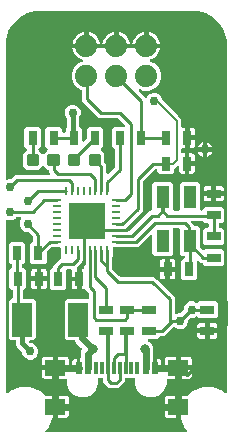
<source format=gbr>
G04 EAGLE Gerber RS-274X export*
G75*
%MOMM*%
%FSLAX34Y34*%
%LPD*%
%INTop Copper*%
%IPPOS*%
%AMOC8*
5,1,8,0,0,1.08239X$1,22.5*%
G01*
%ADD10R,0.800000X0.284600*%
%ADD11R,0.284600X0.800000*%
%ADD12R,3.150000X3.150000*%
%ADD13R,1.100000X1.900000*%
%ADD14R,1.200000X0.800000*%
%ADD15R,0.800000X1.200000*%
%ADD16R,0.300000X1.000000*%
%ADD17R,0.600000X1.000000*%
%ADD18R,1.800000X1.350000*%
%ADD19R,1.676400X2.895600*%
%ADD20C,1.879600*%
%ADD21C,0.762000*%
%ADD22C,0.300000*%
%ADD23C,0.609600*%
%ADD24C,0.254000*%
%ADD25C,0.203200*%
%ADD26C,0.406400*%
%ADD27C,0.756400*%
%ADD28C,0.304800*%
%ADD29C,0.806400*%

G36*
X163119Y11021D02*
X163119Y11021D01*
X163148Y11019D01*
X163260Y11041D01*
X163372Y11057D01*
X163398Y11069D01*
X163427Y11075D01*
X163528Y11127D01*
X163631Y11173D01*
X163653Y11192D01*
X163680Y11206D01*
X163762Y11284D01*
X163848Y11357D01*
X163864Y11381D01*
X163886Y11402D01*
X163943Y11499D01*
X164006Y11594D01*
X164015Y11622D01*
X164029Y11647D01*
X164057Y11756D01*
X164091Y11865D01*
X164092Y11894D01*
X164099Y11922D01*
X164096Y12036D01*
X164099Y12149D01*
X164091Y12177D01*
X164090Y12207D01*
X164055Y12315D01*
X164027Y12424D01*
X164012Y12449D01*
X164003Y12477D01*
X163957Y12541D01*
X163882Y12668D01*
X163836Y12711D01*
X163808Y12750D01*
X162308Y14250D01*
X158858Y22579D01*
X158858Y22581D01*
X158850Y22638D01*
X158852Y22697D01*
X158830Y22779D01*
X158818Y22862D01*
X158795Y22915D01*
X158780Y22972D01*
X158737Y23044D01*
X158702Y23122D01*
X158664Y23166D01*
X158635Y23216D01*
X158573Y23274D01*
X158519Y23339D01*
X158470Y23371D01*
X158427Y23411D01*
X158352Y23449D01*
X158350Y23451D01*
X158350Y31870D01*
X158342Y31928D01*
X158344Y31987D01*
X158322Y32068D01*
X158310Y32152D01*
X158286Y32205D01*
X158272Y32262D01*
X158229Y32334D01*
X158194Y32411D01*
X158156Y32456D01*
X158126Y32506D01*
X158065Y32564D01*
X158010Y32628D01*
X157962Y32661D01*
X157919Y32701D01*
X157844Y32739D01*
X157774Y32786D01*
X157718Y32804D01*
X157666Y32830D01*
X157598Y32842D01*
X157503Y32872D01*
X157403Y32874D01*
X157335Y32886D01*
X156318Y32886D01*
X156318Y32887D01*
X157335Y32887D01*
X157393Y32896D01*
X157451Y32894D01*
X157533Y32915D01*
X157616Y32927D01*
X157670Y32951D01*
X157726Y32966D01*
X157799Y33009D01*
X157876Y33044D01*
X157921Y33081D01*
X157971Y33111D01*
X158029Y33173D01*
X158093Y33227D01*
X158125Y33276D01*
X158165Y33319D01*
X158204Y33394D01*
X158250Y33464D01*
X158268Y33520D01*
X158295Y33572D01*
X158306Y33640D01*
X158336Y33735D01*
X158339Y33835D01*
X158350Y33903D01*
X158350Y42177D01*
X164142Y42177D01*
X164229Y42190D01*
X164316Y42192D01*
X164369Y42209D01*
X164424Y42217D01*
X164503Y42253D01*
X164587Y42280D01*
X164626Y42308D01*
X164683Y42333D01*
X164796Y42429D01*
X164860Y42475D01*
X168683Y46297D01*
X177012Y49747D01*
X186027Y49747D01*
X194355Y46297D01*
X195855Y44798D01*
X195879Y44780D01*
X195898Y44758D01*
X195951Y44722D01*
X195969Y44705D01*
X195997Y44691D01*
X196082Y44627D01*
X196110Y44616D01*
X196134Y44600D01*
X196242Y44566D01*
X196348Y44525D01*
X196377Y44523D01*
X196405Y44514D01*
X196519Y44511D01*
X196631Y44502D01*
X196660Y44508D01*
X196689Y44507D01*
X196799Y44536D01*
X196910Y44558D01*
X196936Y44571D01*
X196964Y44579D01*
X197062Y44636D01*
X197162Y44689D01*
X197184Y44709D01*
X197209Y44724D01*
X197286Y44806D01*
X197368Y44885D01*
X197383Y44910D01*
X197403Y44931D01*
X197455Y45032D01*
X197512Y45130D01*
X197519Y45158D01*
X197533Y45184D01*
X197546Y45262D01*
X197567Y45343D01*
X197574Y45368D01*
X197574Y45375D01*
X197582Y45405D01*
X197580Y45468D01*
X197588Y45515D01*
X197588Y339587D01*
X197583Y339623D01*
X197586Y339653D01*
X197350Y343250D01*
X197325Y343370D01*
X197318Y343446D01*
X195456Y350394D01*
X195430Y350456D01*
X195418Y350502D01*
X195391Y350547D01*
X195375Y350586D01*
X195355Y350639D01*
X191758Y356868D01*
X191630Y357033D01*
X191597Y357078D01*
X186511Y362165D01*
X186344Y362290D01*
X186300Y362326D01*
X180071Y365922D01*
X179878Y366000D01*
X179826Y366024D01*
X172878Y367886D01*
X172756Y367900D01*
X172682Y367918D01*
X169085Y368154D01*
X169049Y368151D01*
X169019Y368156D01*
X39019Y368156D01*
X38982Y368151D01*
X38953Y368154D01*
X35356Y367918D01*
X35236Y367893D01*
X35160Y367886D01*
X28212Y366024D01*
X28020Y365942D01*
X27967Y365922D01*
X21738Y362326D01*
X21573Y362197D01*
X21527Y362165D01*
X16441Y357078D01*
X16316Y356912D01*
X16280Y356868D01*
X12683Y350639D01*
X12656Y350572D01*
X12642Y350550D01*
X12620Y350482D01*
X12605Y350446D01*
X12582Y350394D01*
X10720Y343446D01*
X10705Y343324D01*
X10688Y343250D01*
X10452Y339653D01*
X10455Y339616D01*
X10450Y339587D01*
X10450Y226051D01*
X10466Y225938D01*
X10476Y225823D01*
X10486Y225797D01*
X10490Y225770D01*
X10537Y225665D01*
X10578Y225558D01*
X10595Y225536D01*
X10606Y225510D01*
X10680Y225423D01*
X10749Y225331D01*
X10772Y225315D01*
X10790Y225293D01*
X10885Y225230D01*
X10977Y225161D01*
X11003Y225151D01*
X11026Y225136D01*
X11136Y225101D01*
X11243Y225061D01*
X11271Y225058D01*
X11297Y225050D01*
X11412Y225047D01*
X11526Y225038D01*
X11551Y225044D01*
X11581Y225043D01*
X11838Y225110D01*
X11854Y225113D01*
X12655Y225445D01*
X14350Y225445D01*
X14436Y225458D01*
X14524Y225460D01*
X14576Y225477D01*
X14631Y225485D01*
X14711Y225521D01*
X14794Y225548D01*
X14833Y225576D01*
X14891Y225601D01*
X15004Y225697D01*
X15067Y225743D01*
X18230Y228905D01*
X47142Y228905D01*
X47171Y228909D01*
X47200Y228907D01*
X47311Y228929D01*
X47423Y228945D01*
X47450Y228957D01*
X47479Y228963D01*
X47579Y229015D01*
X47683Y229061D01*
X47705Y229080D01*
X47731Y229094D01*
X47813Y229172D01*
X47900Y229245D01*
X47916Y229269D01*
X47937Y229290D01*
X47994Y229387D01*
X48057Y229482D01*
X48066Y229510D01*
X48081Y229535D01*
X48109Y229644D01*
X48143Y229753D01*
X48144Y229782D01*
X48151Y229810D01*
X48147Y229924D01*
X48150Y230037D01*
X48143Y230065D01*
X48142Y230095D01*
X48107Y230203D01*
X48078Y230312D01*
X48063Y230337D01*
X48054Y230365D01*
X48009Y230429D01*
X47933Y230556D01*
X47888Y230599D01*
X47860Y230638D01*
X46700Y231798D01*
X46700Y232523D01*
X46692Y232580D01*
X46694Y232639D01*
X46672Y232721D01*
X46660Y232804D01*
X46637Y232857D01*
X46622Y232914D01*
X46579Y232986D01*
X46544Y233064D01*
X46506Y233108D01*
X46477Y233158D01*
X46415Y233216D01*
X46361Y233281D01*
X46312Y233313D01*
X46269Y233353D01*
X46194Y233391D01*
X46124Y233438D01*
X46068Y233456D01*
X46016Y233482D01*
X45948Y233494D01*
X45853Y233524D01*
X45753Y233526D01*
X45685Y233538D01*
X45405Y233538D01*
X42737Y236206D01*
X42690Y236241D01*
X42650Y236283D01*
X42577Y236326D01*
X42510Y236377D01*
X42455Y236398D01*
X42405Y236427D01*
X42323Y236448D01*
X42244Y236478D01*
X42186Y236483D01*
X42129Y236497D01*
X42045Y236495D01*
X41961Y236502D01*
X41904Y236490D01*
X41845Y236488D01*
X41765Y236462D01*
X41682Y236446D01*
X41630Y236419D01*
X41575Y236401D01*
X41518Y236361D01*
X41430Y236315D01*
X41357Y236246D01*
X41301Y236206D01*
X38633Y233538D01*
X27865Y233538D01*
X25200Y236202D01*
X25200Y246971D01*
X28044Y249814D01*
X28079Y249861D01*
X28121Y249901D01*
X28164Y249974D01*
X28215Y250042D01*
X28236Y250096D01*
X28265Y250147D01*
X28286Y250228D01*
X28316Y250307D01*
X28321Y250366D01*
X28335Y250422D01*
X28333Y250506D01*
X28340Y250590D01*
X28328Y250648D01*
X28326Y250706D01*
X28300Y250787D01*
X28284Y250869D01*
X28257Y250921D01*
X28239Y250977D01*
X28199Y251033D01*
X28153Y251122D01*
X28084Y251194D01*
X28044Y251250D01*
X25970Y253324D01*
X25970Y267849D01*
X27756Y269635D01*
X38282Y269635D01*
X40068Y267849D01*
X40068Y253324D01*
X38112Y251368D01*
X38095Y251345D01*
X38072Y251326D01*
X38010Y251232D01*
X37942Y251141D01*
X37931Y251114D01*
X37915Y251089D01*
X37881Y250981D01*
X37840Y250876D01*
X37838Y250846D01*
X37829Y250818D01*
X37826Y250705D01*
X37817Y250592D01*
X37823Y250564D01*
X37822Y250534D01*
X37850Y250425D01*
X37873Y250314D01*
X37886Y250287D01*
X37894Y250259D01*
X37951Y250162D01*
X38004Y250061D01*
X38024Y250040D01*
X38039Y250015D01*
X38121Y249937D01*
X38199Y249855D01*
X38225Y249840D01*
X38246Y249820D01*
X38347Y249769D01*
X38445Y249711D01*
X38473Y249704D01*
X38499Y249691D01*
X38577Y249678D01*
X38595Y249673D01*
X41301Y246967D01*
X41348Y246932D01*
X41388Y246890D01*
X41461Y246847D01*
X41528Y246796D01*
X41583Y246776D01*
X41633Y246746D01*
X41715Y246725D01*
X41794Y246695D01*
X41852Y246690D01*
X41909Y246676D01*
X41993Y246679D01*
X42077Y246672D01*
X42135Y246683D01*
X42193Y246685D01*
X42273Y246711D01*
X42356Y246728D01*
X42408Y246754D01*
X42464Y246772D01*
X42520Y246813D01*
X42608Y246859D01*
X42681Y246927D01*
X42737Y246967D01*
X45437Y249668D01*
X45489Y249675D01*
X45516Y249687D01*
X45545Y249693D01*
X45645Y249745D01*
X45749Y249791D01*
X45771Y249810D01*
X45797Y249824D01*
X45879Y249902D01*
X45966Y249975D01*
X45982Y249999D01*
X46003Y250020D01*
X46060Y250117D01*
X46123Y250212D01*
X46132Y250240D01*
X46147Y250265D01*
X46175Y250374D01*
X46209Y250483D01*
X46210Y250512D01*
X46217Y250540D01*
X46213Y250654D01*
X46216Y250767D01*
X46209Y250795D01*
X46208Y250825D01*
X46173Y250933D01*
X46144Y251042D01*
X46130Y251067D01*
X46120Y251095D01*
X46075Y251159D01*
X45999Y251286D01*
X45954Y251329D01*
X45926Y251368D01*
X43970Y253324D01*
X43970Y267849D01*
X45756Y269635D01*
X56282Y269635D01*
X58068Y267849D01*
X58068Y265921D01*
X58076Y265863D01*
X58074Y265804D01*
X58096Y265723D01*
X58108Y265639D01*
X58132Y265586D01*
X58146Y265529D01*
X58189Y265457D01*
X58224Y265380D01*
X58262Y265335D01*
X58292Y265285D01*
X58353Y265227D01*
X58408Y265163D01*
X58456Y265130D01*
X58499Y265090D01*
X58574Y265052D01*
X58644Y265005D01*
X58700Y264987D01*
X58752Y264961D01*
X58820Y264949D01*
X58915Y264919D01*
X59015Y264917D01*
X59083Y264905D01*
X59955Y264905D01*
X60013Y264914D01*
X60071Y264912D01*
X60153Y264933D01*
X60237Y264945D01*
X60290Y264969D01*
X60346Y264984D01*
X60419Y265027D01*
X60496Y265061D01*
X60541Y265099D01*
X60591Y265129D01*
X60649Y265191D01*
X60713Y265245D01*
X60745Y265294D01*
X60785Y265336D01*
X60824Y265411D01*
X60871Y265482D01*
X60888Y265538D01*
X60915Y265590D01*
X60926Y265658D01*
X60956Y265753D01*
X60959Y265853D01*
X60970Y265921D01*
X60970Y267849D01*
X61641Y268520D01*
X61694Y268590D01*
X61753Y268654D01*
X61779Y268703D01*
X61812Y268747D01*
X61843Y268829D01*
X61883Y268907D01*
X61891Y268954D01*
X61913Y269013D01*
X61925Y269161D01*
X61938Y269238D01*
X61938Y276587D01*
X61926Y276673D01*
X61923Y276761D01*
X61906Y276813D01*
X61898Y276868D01*
X61863Y276948D01*
X61836Y277031D01*
X61808Y277070D01*
X61782Y277128D01*
X61686Y277241D01*
X61641Y277305D01*
X61228Y277717D01*
X60188Y280228D01*
X60188Y282945D01*
X61228Y285456D01*
X63150Y287377D01*
X65660Y288417D01*
X68378Y288417D01*
X70888Y287377D01*
X72810Y285456D01*
X73850Y282945D01*
X73850Y280228D01*
X72810Y277717D01*
X72397Y277305D01*
X72345Y277235D01*
X72285Y277171D01*
X72259Y277121D01*
X72226Y277077D01*
X72195Y276996D01*
X72155Y276918D01*
X72147Y276870D01*
X72125Y276812D01*
X72113Y276664D01*
X72100Y276587D01*
X72100Y270651D01*
X72108Y270593D01*
X72106Y270534D01*
X72128Y270453D01*
X72140Y270369D01*
X72164Y270316D01*
X72178Y270259D01*
X72221Y270187D01*
X72256Y270110D01*
X72294Y270065D01*
X72324Y270015D01*
X72385Y269957D01*
X72440Y269893D01*
X72488Y269860D01*
X72531Y269820D01*
X72606Y269782D01*
X72676Y269735D01*
X72732Y269717D01*
X72784Y269691D01*
X72852Y269679D01*
X72947Y269649D01*
X73047Y269647D01*
X73115Y269635D01*
X73282Y269635D01*
X75068Y267849D01*
X75068Y258194D01*
X75072Y258165D01*
X75069Y258136D01*
X75092Y258025D01*
X75108Y257912D01*
X75120Y257886D01*
X75125Y257857D01*
X75178Y257756D01*
X75224Y257653D01*
X75243Y257631D01*
X75256Y257605D01*
X75334Y257523D01*
X75408Y257436D01*
X75432Y257420D01*
X75452Y257399D01*
X75550Y257341D01*
X75644Y257278D01*
X75672Y257270D01*
X75697Y257255D01*
X75807Y257227D01*
X75915Y257193D01*
X75945Y257192D01*
X75973Y257185D01*
X76086Y257188D01*
X76199Y257185D01*
X76228Y257193D01*
X76257Y257194D01*
X76365Y257229D01*
X76474Y257257D01*
X76500Y257272D01*
X76528Y257281D01*
X76591Y257327D01*
X76719Y257402D01*
X76762Y257448D01*
X76801Y257476D01*
X78673Y259348D01*
X78725Y259418D01*
X78785Y259482D01*
X78811Y259531D01*
X78844Y259575D01*
X78875Y259657D01*
X78915Y259735D01*
X78923Y259782D01*
X78945Y259841D01*
X78957Y259989D01*
X78970Y260066D01*
X78970Y267849D01*
X80756Y269635D01*
X91282Y269635D01*
X93068Y267849D01*
X93068Y253324D01*
X90994Y251250D01*
X90959Y251203D01*
X90917Y251163D01*
X90874Y251090D01*
X90823Y251023D01*
X90802Y250968D01*
X90773Y250918D01*
X90752Y250836D01*
X90722Y250757D01*
X90717Y250699D01*
X90703Y250642D01*
X90705Y250558D01*
X90698Y250474D01*
X90710Y250417D01*
X90712Y250358D01*
X90738Y250278D01*
X90754Y250195D01*
X90781Y250143D01*
X90799Y250088D01*
X90839Y250031D01*
X90885Y249943D01*
X90954Y249871D01*
X90994Y249814D01*
X93838Y246971D01*
X93838Y240066D01*
X93850Y239979D01*
X93853Y239892D01*
X93870Y239839D01*
X93878Y239785D01*
X93913Y239705D01*
X93940Y239621D01*
X93968Y239582D01*
X93994Y239525D01*
X94090Y239412D01*
X94135Y239348D01*
X95638Y237846D01*
X95638Y230764D01*
X95642Y230735D01*
X95639Y230706D01*
X95662Y230595D01*
X95678Y230482D01*
X95690Y230456D01*
X95695Y230427D01*
X95748Y230326D01*
X95794Y230223D01*
X95813Y230201D01*
X95826Y230175D01*
X95904Y230093D01*
X95978Y230006D01*
X96002Y229990D01*
X96022Y229969D01*
X96120Y229911D01*
X96214Y229848D01*
X96242Y229840D01*
X96267Y229825D01*
X96377Y229797D01*
X96485Y229763D01*
X96515Y229762D01*
X96543Y229755D01*
X96656Y229758D01*
X96769Y229755D01*
X96798Y229763D01*
X96827Y229764D01*
X96935Y229799D01*
X97044Y229827D01*
X97070Y229842D01*
X97098Y229851D01*
X97161Y229897D01*
X97289Y229972D01*
X97332Y230018D01*
X97371Y230046D01*
X102403Y235078D01*
X102455Y235148D01*
X102515Y235212D01*
X102541Y235261D01*
X102574Y235305D01*
X102605Y235387D01*
X102645Y235465D01*
X102653Y235513D01*
X102675Y235571D01*
X102687Y235719D01*
X102700Y235796D01*
X102700Y250523D01*
X102692Y250580D01*
X102694Y250639D01*
X102672Y250721D01*
X102660Y250804D01*
X102637Y250857D01*
X102622Y250914D01*
X102579Y250986D01*
X102544Y251064D01*
X102506Y251108D01*
X102477Y251158D01*
X102415Y251216D01*
X102361Y251281D01*
X102312Y251313D01*
X102269Y251353D01*
X102194Y251391D01*
X102124Y251438D01*
X102068Y251456D01*
X102016Y251482D01*
X101948Y251494D01*
X101853Y251524D01*
X101768Y251526D01*
X99970Y253324D01*
X99970Y267849D01*
X101756Y269635D01*
X110412Y269635D01*
X110441Y269639D01*
X110470Y269637D01*
X110581Y269659D01*
X110693Y269675D01*
X110720Y269687D01*
X110749Y269693D01*
X110849Y269745D01*
X110953Y269791D01*
X110975Y269810D01*
X111001Y269824D01*
X111083Y269902D01*
X111170Y269975D01*
X111186Y270000D01*
X111207Y270020D01*
X111264Y270117D01*
X111327Y270212D01*
X111336Y270240D01*
X111351Y270265D01*
X111379Y270374D01*
X111413Y270483D01*
X111414Y270512D01*
X111421Y270540D01*
X111417Y270654D01*
X111420Y270767D01*
X111413Y270795D01*
X111412Y270825D01*
X111377Y270932D01*
X111348Y271042D01*
X111333Y271067D01*
X111324Y271095D01*
X111279Y271159D01*
X111203Y271286D01*
X111158Y271329D01*
X111130Y271368D01*
X105527Y276971D01*
X105458Y277023D01*
X105394Y277083D01*
X105344Y277108D01*
X105300Y277141D01*
X105219Y277173D01*
X105141Y277212D01*
X105093Y277220D01*
X105035Y277243D01*
X104887Y277255D01*
X104810Y277268D01*
X89230Y277268D01*
X74700Y291798D01*
X74700Y300359D01*
X74700Y300361D01*
X74700Y300362D01*
X74680Y300502D01*
X74660Y300641D01*
X74660Y300642D01*
X74660Y300644D01*
X74614Y300745D01*
X74611Y300755D01*
X74603Y300768D01*
X74603Y300770D01*
X74544Y300900D01*
X74543Y300901D01*
X74543Y300903D01*
X74479Y300977D01*
X74466Y300999D01*
X74438Y301026D01*
X74361Y301117D01*
X74359Y301118D01*
X74358Y301119D01*
X74345Y301127D01*
X74291Y301163D01*
X74259Y301194D01*
X74201Y301223D01*
X74124Y301275D01*
X74095Y301284D01*
X74074Y301297D01*
X71568Y302335D01*
X68067Y305836D01*
X66172Y310411D01*
X66172Y315362D01*
X68067Y319937D01*
X71568Y323438D01*
X75231Y324955D01*
X75290Y324990D01*
X75354Y325017D01*
X75412Y325062D01*
X75475Y325100D01*
X75523Y325150D01*
X75577Y325193D01*
X75620Y325253D01*
X75671Y325306D01*
X75702Y325368D01*
X75742Y325424D01*
X75767Y325494D01*
X75801Y325559D01*
X75814Y325627D01*
X75837Y325692D01*
X75841Y325766D01*
X75856Y325838D01*
X75850Y325907D01*
X75854Y325976D01*
X75838Y326048D01*
X75831Y326121D01*
X75807Y326186D01*
X75791Y326253D01*
X75756Y326318D01*
X75729Y326387D01*
X75688Y326442D01*
X75654Y326502D01*
X75602Y326555D01*
X75558Y326613D01*
X75502Y326655D01*
X75453Y326704D01*
X75398Y326732D01*
X75330Y326784D01*
X75222Y326824D01*
X75156Y326859D01*
X74036Y327223D01*
X72362Y328076D01*
X70841Y329180D01*
X69513Y330509D01*
X68408Y332029D01*
X67555Y333704D01*
X66974Y335491D01*
X66853Y336255D01*
X77603Y336255D01*
X77661Y336264D01*
X77719Y336262D01*
X77801Y336283D01*
X77884Y336295D01*
X77938Y336319D01*
X77994Y336334D01*
X78067Y336377D01*
X78144Y336411D01*
X78188Y336449D01*
X78239Y336479D01*
X78296Y336541D01*
X78361Y336595D01*
X78393Y336644D01*
X78433Y336686D01*
X78472Y336762D01*
X78518Y336832D01*
X78536Y336888D01*
X78563Y336940D01*
X78574Y337008D01*
X78604Y337103D01*
X78607Y337203D01*
X78618Y337271D01*
X78618Y338287D01*
X78620Y338287D01*
X78620Y337271D01*
X78628Y337213D01*
X78627Y337154D01*
X78648Y337073D01*
X78660Y336989D01*
X78684Y336936D01*
X78698Y336879D01*
X78741Y336807D01*
X78776Y336730D01*
X78814Y336685D01*
X78844Y336635D01*
X78905Y336577D01*
X78960Y336513D01*
X79008Y336480D01*
X79051Y336440D01*
X79126Y336402D01*
X79196Y336355D01*
X79252Y336337D01*
X79304Y336311D01*
X79372Y336299D01*
X79467Y336269D01*
X79567Y336267D01*
X79635Y336255D01*
X103003Y336255D01*
X103061Y336264D01*
X103119Y336262D01*
X103201Y336283D01*
X103284Y336295D01*
X103338Y336319D01*
X103394Y336334D01*
X103467Y336377D01*
X103544Y336411D01*
X103588Y336449D01*
X103639Y336479D01*
X103696Y336541D01*
X103761Y336595D01*
X103793Y336644D01*
X103833Y336686D01*
X103872Y336762D01*
X103918Y336832D01*
X103936Y336888D01*
X103963Y336940D01*
X103974Y337008D01*
X104004Y337103D01*
X104007Y337203D01*
X104018Y337271D01*
X104018Y338287D01*
X104020Y338287D01*
X104020Y337271D01*
X104028Y337213D01*
X104027Y337154D01*
X104048Y337073D01*
X104060Y336989D01*
X104084Y336936D01*
X104098Y336879D01*
X104141Y336807D01*
X104176Y336730D01*
X104214Y336685D01*
X104244Y336635D01*
X104305Y336577D01*
X104360Y336513D01*
X104408Y336480D01*
X104451Y336440D01*
X104526Y336402D01*
X104596Y336355D01*
X104652Y336337D01*
X104704Y336311D01*
X104772Y336299D01*
X104867Y336269D01*
X104967Y336267D01*
X105035Y336255D01*
X128403Y336255D01*
X128461Y336264D01*
X128519Y336262D01*
X128601Y336283D01*
X128684Y336295D01*
X128738Y336319D01*
X128794Y336334D01*
X128867Y336377D01*
X128944Y336411D01*
X128988Y336449D01*
X129039Y336479D01*
X129096Y336541D01*
X129161Y336595D01*
X129193Y336644D01*
X129233Y336686D01*
X129272Y336762D01*
X129318Y336832D01*
X129336Y336888D01*
X129363Y336940D01*
X129374Y337008D01*
X129404Y337103D01*
X129407Y337203D01*
X129418Y337271D01*
X129418Y338287D01*
X129420Y338287D01*
X129420Y337271D01*
X129428Y337213D01*
X129427Y337154D01*
X129448Y337073D01*
X129460Y336989D01*
X129484Y336936D01*
X129498Y336879D01*
X129541Y336807D01*
X129576Y336730D01*
X129614Y336685D01*
X129644Y336635D01*
X129705Y336577D01*
X129760Y336513D01*
X129808Y336480D01*
X129851Y336440D01*
X129926Y336402D01*
X129996Y336355D01*
X130052Y336337D01*
X130104Y336311D01*
X130172Y336299D01*
X130267Y336269D01*
X130367Y336267D01*
X130435Y336255D01*
X141185Y336255D01*
X141064Y335491D01*
X140483Y333704D01*
X139630Y332029D01*
X138525Y330509D01*
X137197Y329180D01*
X135676Y328076D01*
X134002Y327223D01*
X132882Y326859D01*
X132820Y326828D01*
X132754Y326807D01*
X132693Y326766D01*
X132627Y326734D01*
X132576Y326688D01*
X132518Y326649D01*
X132471Y326593D01*
X132416Y326543D01*
X132380Y326484D01*
X132335Y326431D01*
X132305Y326364D01*
X132267Y326301D01*
X132248Y326235D01*
X132220Y326172D01*
X132210Y326099D01*
X132190Y326028D01*
X132190Y325959D01*
X132181Y325890D01*
X132191Y325817D01*
X132192Y325743D01*
X132212Y325677D01*
X132222Y325609D01*
X132252Y325542D01*
X132273Y325471D01*
X132310Y325413D01*
X132339Y325350D01*
X132386Y325294D01*
X132426Y325232D01*
X132478Y325186D01*
X132523Y325133D01*
X132576Y325100D01*
X132640Y325044D01*
X132744Y324995D01*
X132808Y324955D01*
X136470Y323438D01*
X139971Y319937D01*
X141866Y315362D01*
X141866Y310411D01*
X139971Y305836D01*
X136470Y302335D01*
X131895Y300440D01*
X126943Y300440D01*
X124199Y301577D01*
X124116Y301598D01*
X124035Y301629D01*
X123979Y301633D01*
X123924Y301648D01*
X123838Y301645D01*
X123752Y301652D01*
X123696Y301641D01*
X123639Y301639D01*
X123558Y301613D01*
X123473Y301596D01*
X123423Y301570D01*
X123369Y301553D01*
X123297Y301505D01*
X123221Y301465D01*
X123180Y301426D01*
X123133Y301394D01*
X123077Y301329D01*
X123015Y301270D01*
X122986Y301220D01*
X122950Y301177D01*
X122915Y301098D01*
X122871Y301024D01*
X122857Y300969D01*
X122834Y300917D01*
X122822Y300832D01*
X122801Y300749D01*
X122803Y300692D01*
X122795Y300636D01*
X122807Y300550D01*
X122810Y300465D01*
X122828Y300410D01*
X122836Y300354D01*
X122871Y300276D01*
X122898Y300194D01*
X122926Y300154D01*
X122953Y300095D01*
X123047Y299985D01*
X123092Y299921D01*
X128372Y294642D01*
X128463Y294573D01*
X128551Y294499D01*
X128577Y294487D01*
X128599Y294471D01*
X128706Y294430D01*
X128811Y294383D01*
X128838Y294379D01*
X128864Y294370D01*
X128979Y294360D01*
X129093Y294344D01*
X129120Y294348D01*
X129148Y294346D01*
X129260Y294369D01*
X129374Y294385D01*
X129399Y294396D01*
X129426Y294402D01*
X129528Y294455D01*
X129633Y294502D01*
X129654Y294520D01*
X129679Y294533D01*
X129762Y294612D01*
X129849Y294686D01*
X129863Y294708D01*
X129885Y294729D01*
X130019Y294958D01*
X130027Y294971D01*
X130228Y295456D01*
X132150Y297377D01*
X134660Y298417D01*
X137378Y298417D01*
X139888Y297377D01*
X141810Y295456D01*
X142850Y292945D01*
X142850Y292925D01*
X142862Y292838D01*
X142865Y292751D01*
X142882Y292698D01*
X142890Y292643D01*
X142925Y292563D01*
X142952Y292480D01*
X142980Y292441D01*
X143006Y292384D01*
X143102Y292271D01*
X143147Y292207D01*
X156405Y278949D01*
X159084Y276270D01*
X159084Y270143D01*
X159092Y270085D01*
X159090Y270026D01*
X159112Y269945D01*
X159124Y269861D01*
X159148Y269808D01*
X159162Y269751D01*
X159205Y269679D01*
X159240Y269602D01*
X159278Y269557D01*
X159308Y269507D01*
X159369Y269449D01*
X159424Y269385D01*
X159472Y269352D01*
X159515Y269312D01*
X159590Y269274D01*
X159660Y269227D01*
X159716Y269209D01*
X159768Y269183D01*
X159836Y269171D01*
X159931Y269141D01*
X160031Y269139D01*
X160099Y269127D01*
X162020Y269127D01*
X162020Y261571D01*
X162028Y261513D01*
X162026Y261454D01*
X162048Y261373D01*
X162060Y261289D01*
X162083Y261236D01*
X162098Y261179D01*
X162141Y261107D01*
X162176Y261030D01*
X162214Y260985D01*
X162243Y260935D01*
X162305Y260877D01*
X162359Y260813D01*
X162408Y260780D01*
X162451Y260740D01*
X162526Y260702D01*
X162596Y260655D01*
X162652Y260638D01*
X162704Y260611D01*
X162772Y260600D01*
X162814Y260586D01*
X162753Y260578D01*
X162700Y260554D01*
X162644Y260539D01*
X162571Y260496D01*
X162494Y260462D01*
X162449Y260424D01*
X162399Y260394D01*
X162341Y260332D01*
X162277Y260278D01*
X162245Y260229D01*
X162205Y260187D01*
X162166Y260111D01*
X162119Y260041D01*
X162102Y259985D01*
X162075Y259933D01*
X162064Y259865D01*
X162034Y259770D01*
X162031Y259670D01*
X162020Y259602D01*
X162020Y252046D01*
X160099Y252046D01*
X160041Y252038D01*
X159983Y252039D01*
X159901Y252018D01*
X159818Y252006D01*
X159764Y251982D01*
X159708Y251967D01*
X159635Y251924D01*
X159558Y251890D01*
X159513Y251852D01*
X159463Y251822D01*
X159405Y251761D01*
X159341Y251706D01*
X159309Y251657D01*
X159269Y251615D01*
X159230Y251540D01*
X159184Y251470D01*
X159166Y251414D01*
X159139Y251362D01*
X159128Y251294D01*
X159098Y251198D01*
X159095Y251099D01*
X159084Y251031D01*
X159084Y248243D01*
X159092Y248185D01*
X159090Y248126D01*
X159112Y248045D01*
X159124Y247961D01*
X159148Y247908D01*
X159162Y247851D01*
X159205Y247779D01*
X159240Y247702D01*
X159278Y247657D01*
X159308Y247607D01*
X159369Y247549D01*
X159424Y247485D01*
X159472Y247452D01*
X159515Y247412D01*
X159590Y247374D01*
X159660Y247327D01*
X159716Y247309D01*
X159768Y247283D01*
X159836Y247271D01*
X159931Y247241D01*
X160031Y247239D01*
X160099Y247227D01*
X161820Y247227D01*
X161820Y239671D01*
X161828Y239613D01*
X161826Y239554D01*
X161848Y239473D01*
X161860Y239389D01*
X161883Y239336D01*
X161898Y239279D01*
X161941Y239207D01*
X161976Y239130D01*
X162014Y239085D01*
X162043Y239035D01*
X162105Y238977D01*
X162159Y238913D01*
X162208Y238880D01*
X162251Y238840D01*
X162326Y238802D01*
X162396Y238755D01*
X162452Y238738D01*
X162504Y238711D01*
X162572Y238700D01*
X162614Y238686D01*
X162553Y238678D01*
X162500Y238654D01*
X162444Y238639D01*
X162371Y238596D01*
X162294Y238562D01*
X162249Y238524D01*
X162199Y238494D01*
X162141Y238432D01*
X162077Y238378D01*
X162045Y238329D01*
X162005Y238287D01*
X161966Y238211D01*
X161919Y238141D01*
X161902Y238085D01*
X161875Y238033D01*
X161864Y237965D01*
X161834Y237870D01*
X161831Y237770D01*
X161820Y237702D01*
X161820Y230146D01*
X159485Y230146D01*
X158838Y230319D01*
X158259Y230654D01*
X157786Y231127D01*
X157451Y231706D01*
X157278Y232352D01*
X157278Y235646D01*
X157274Y235676D01*
X157277Y235705D01*
X157254Y235816D01*
X157238Y235928D01*
X157227Y235955D01*
X157221Y235983D01*
X157168Y236084D01*
X157122Y236187D01*
X157103Y236210D01*
X157090Y236236D01*
X157012Y236318D01*
X156939Y236404D01*
X156914Y236421D01*
X156894Y236442D01*
X156796Y236499D01*
X156702Y236562D01*
X156674Y236571D01*
X156649Y236586D01*
X156539Y236613D01*
X156431Y236648D01*
X156402Y236648D01*
X156373Y236656D01*
X156260Y236652D01*
X156147Y236655D01*
X156118Y236648D01*
X156089Y236647D01*
X155981Y236612D01*
X155872Y236583D01*
X155846Y236568D01*
X155819Y236559D01*
X155755Y236514D01*
X155627Y236438D01*
X155584Y236392D01*
X155545Y236364D01*
X153795Y234614D01*
X153767Y234615D01*
X153685Y234594D01*
X153602Y234582D01*
X153548Y234558D01*
X153492Y234543D01*
X153419Y234500D01*
X153342Y234466D01*
X153297Y234428D01*
X153247Y234398D01*
X153189Y234337D01*
X153125Y234282D01*
X153093Y234233D01*
X153053Y234191D01*
X153014Y234116D01*
X152968Y234045D01*
X152950Y233990D01*
X152923Y233938D01*
X152912Y233870D01*
X152882Y233774D01*
X152879Y233675D01*
X152868Y233607D01*
X152868Y231424D01*
X151082Y229638D01*
X140556Y229638D01*
X138770Y231424D01*
X138770Y233353D01*
X138762Y233410D01*
X138764Y233469D01*
X138742Y233551D01*
X138730Y233634D01*
X138707Y233687D01*
X138692Y233744D01*
X138649Y233816D01*
X138614Y233894D01*
X138576Y233938D01*
X138547Y233988D01*
X138485Y234046D01*
X138431Y234111D01*
X138382Y234143D01*
X138339Y234183D01*
X138264Y234221D01*
X138194Y234268D01*
X138138Y234286D01*
X138086Y234312D01*
X138018Y234324D01*
X137923Y234354D01*
X137823Y234356D01*
X137755Y234368D01*
X137328Y234368D01*
X137242Y234356D01*
X137154Y234353D01*
X137102Y234336D01*
X137047Y234328D01*
X136967Y234292D01*
X136884Y234265D01*
X136845Y234237D01*
X136788Y234212D01*
X136674Y234116D01*
X136611Y234070D01*
X126635Y224095D01*
X126583Y224025D01*
X126523Y223961D01*
X126497Y223912D01*
X126464Y223868D01*
X126433Y223786D01*
X126393Y223708D01*
X126385Y223661D01*
X126363Y223602D01*
X126351Y223455D01*
X126338Y223377D01*
X126338Y198798D01*
X113635Y186095D01*
X111179Y183638D01*
X111161Y183615D01*
X111138Y183596D01*
X111076Y183502D01*
X111008Y183411D01*
X110997Y183384D01*
X110981Y183359D01*
X110947Y183251D01*
X110906Y183146D01*
X110904Y183116D01*
X110895Y183088D01*
X110892Y182975D01*
X110883Y182862D01*
X110889Y182834D01*
X110888Y182804D01*
X110916Y182695D01*
X110939Y182584D01*
X110952Y182557D01*
X110960Y182529D01*
X111017Y182432D01*
X111070Y182331D01*
X111090Y182310D01*
X111105Y182285D01*
X111187Y182207D01*
X111265Y182125D01*
X111291Y182110D01*
X111312Y182090D01*
X111413Y182039D01*
X111511Y181981D01*
X111539Y181974D01*
X111565Y181961D01*
X111643Y181948D01*
X111786Y181911D01*
X111849Y181913D01*
X111896Y181905D01*
X114810Y181905D01*
X114896Y181918D01*
X114984Y181920D01*
X115036Y181937D01*
X115091Y181945D01*
X115171Y181981D01*
X115254Y182008D01*
X115293Y182036D01*
X115351Y182061D01*
X115464Y182157D01*
X115527Y182203D01*
X132230Y198905D01*
X133555Y198905D01*
X133613Y198914D01*
X133671Y198912D01*
X133753Y198933D01*
X133837Y198945D01*
X133890Y198969D01*
X133946Y198984D01*
X134019Y199027D01*
X134096Y199061D01*
X134141Y199099D01*
X134191Y199129D01*
X134249Y199191D01*
X134313Y199245D01*
X134345Y199294D01*
X134385Y199336D01*
X134424Y199411D01*
X134471Y199482D01*
X134488Y199538D01*
X134515Y199590D01*
X134526Y199658D01*
X134556Y199753D01*
X134559Y199853D01*
X134570Y199921D01*
X134570Y220949D01*
X136356Y222735D01*
X149882Y222735D01*
X151668Y220949D01*
X151668Y199921D01*
X151676Y199863D01*
X151674Y199804D01*
X151696Y199723D01*
X151708Y199639D01*
X151732Y199586D01*
X151746Y199529D01*
X151789Y199457D01*
X151824Y199380D01*
X151862Y199335D01*
X151892Y199285D01*
X151953Y199227D01*
X152008Y199163D01*
X152056Y199130D01*
X152099Y199090D01*
X152174Y199052D01*
X152244Y199005D01*
X152300Y198987D01*
X152352Y198961D01*
X152420Y198949D01*
X152515Y198919D01*
X152615Y198917D01*
X152683Y198905D01*
X156555Y198905D01*
X156613Y198914D01*
X156671Y198912D01*
X156753Y198933D01*
X156837Y198945D01*
X156890Y198969D01*
X156946Y198984D01*
X157019Y199027D01*
X157096Y199061D01*
X157141Y199099D01*
X157191Y199129D01*
X157249Y199191D01*
X157313Y199245D01*
X157345Y199294D01*
X157385Y199336D01*
X157424Y199411D01*
X157471Y199482D01*
X157488Y199538D01*
X157515Y199590D01*
X157526Y199658D01*
X157556Y199753D01*
X157559Y199853D01*
X157570Y199921D01*
X157570Y220949D01*
X159356Y222735D01*
X172882Y222735D01*
X174668Y220949D01*
X174668Y199921D01*
X174676Y199863D01*
X174674Y199804D01*
X174696Y199723D01*
X174708Y199639D01*
X174732Y199586D01*
X174746Y199529D01*
X174789Y199457D01*
X174824Y199380D01*
X174862Y199335D01*
X174892Y199285D01*
X174953Y199227D01*
X175008Y199163D01*
X175056Y199130D01*
X175099Y199090D01*
X175174Y199052D01*
X175244Y199005D01*
X175300Y198987D01*
X175352Y198961D01*
X175420Y198949D01*
X175515Y198919D01*
X175615Y198917D01*
X175683Y198905D01*
X176355Y198905D01*
X176413Y198914D01*
X176471Y198912D01*
X176553Y198933D01*
X176637Y198945D01*
X176690Y198969D01*
X176746Y198984D01*
X176819Y199027D01*
X176896Y199061D01*
X176941Y199099D01*
X176991Y199129D01*
X177049Y199191D01*
X177113Y199245D01*
X177145Y199294D01*
X177185Y199336D01*
X177224Y199411D01*
X177271Y199482D01*
X177288Y199538D01*
X177315Y199590D01*
X177326Y199658D01*
X177356Y199753D01*
X177359Y199853D01*
X177370Y199921D01*
X177370Y200449D01*
X179156Y202235D01*
X193682Y202235D01*
X195468Y200449D01*
X195468Y189924D01*
X193682Y188138D01*
X191753Y188138D01*
X191695Y188130D01*
X191637Y188131D01*
X191555Y188110D01*
X191472Y188098D01*
X191418Y188074D01*
X191362Y188059D01*
X191289Y188016D01*
X191212Y187982D01*
X191167Y187944D01*
X191117Y187914D01*
X191059Y187853D01*
X190995Y187798D01*
X190963Y187749D01*
X190923Y187707D01*
X190884Y187632D01*
X190838Y187561D01*
X190820Y187506D01*
X190793Y187454D01*
X190782Y187386D01*
X190752Y187290D01*
X190749Y187191D01*
X190738Y187123D01*
X190738Y185051D01*
X190746Y184993D01*
X190744Y184934D01*
X190766Y184853D01*
X190778Y184769D01*
X190802Y184716D01*
X190816Y184659D01*
X190859Y184587D01*
X190894Y184510D01*
X190932Y184465D01*
X190962Y184415D01*
X191023Y184357D01*
X191078Y184293D01*
X191126Y184260D01*
X191169Y184220D01*
X191244Y184182D01*
X191314Y184135D01*
X191370Y184117D01*
X191422Y184091D01*
X191490Y184079D01*
X191585Y184049D01*
X191685Y184047D01*
X191753Y184035D01*
X193682Y184035D01*
X195468Y182249D01*
X195468Y171724D01*
X193682Y169938D01*
X179156Y169938D01*
X177370Y171724D01*
X177370Y182249D01*
X179156Y184035D01*
X181085Y184035D01*
X181143Y184044D01*
X181201Y184042D01*
X181283Y184063D01*
X181367Y184075D01*
X181420Y184099D01*
X181476Y184114D01*
X181549Y184157D01*
X181626Y184191D01*
X181671Y184229D01*
X181721Y184259D01*
X181779Y184321D01*
X181843Y184375D01*
X181875Y184424D01*
X181915Y184466D01*
X181954Y184541D01*
X182001Y184612D01*
X182018Y184668D01*
X182045Y184720D01*
X182056Y184788D01*
X182086Y184883D01*
X182089Y184983D01*
X182100Y185051D01*
X182100Y187123D01*
X182092Y187180D01*
X182094Y187239D01*
X182072Y187321D01*
X182060Y187404D01*
X182037Y187457D01*
X182022Y187514D01*
X181979Y187586D01*
X181944Y187664D01*
X181906Y187708D01*
X181877Y187758D01*
X181815Y187816D01*
X181761Y187881D01*
X181712Y187913D01*
X181669Y187953D01*
X181594Y187991D01*
X181524Y188038D01*
X181468Y188056D01*
X181416Y188082D01*
X181348Y188094D01*
X181253Y188124D01*
X181153Y188126D01*
X181085Y188138D01*
X179156Y188138D01*
X177324Y189970D01*
X177254Y190023D01*
X177190Y190083D01*
X177140Y190108D01*
X177096Y190141D01*
X177015Y190173D01*
X176937Y190212D01*
X176889Y190220D01*
X176831Y190243D01*
X176683Y190255D01*
X176606Y190268D01*
X168396Y190268D01*
X168367Y190264D01*
X168338Y190266D01*
X168227Y190244D01*
X168115Y190228D01*
X168088Y190216D01*
X168059Y190210D01*
X167959Y190158D01*
X167855Y190112D01*
X167833Y190093D01*
X167807Y190079D01*
X167725Y190001D01*
X167638Y189928D01*
X167622Y189904D01*
X167601Y189883D01*
X167544Y189786D01*
X167481Y189691D01*
X167472Y189663D01*
X167457Y189638D01*
X167429Y189529D01*
X167395Y189420D01*
X167394Y189391D01*
X167387Y189363D01*
X167391Y189250D01*
X167388Y189136D01*
X167395Y189108D01*
X167396Y189079D01*
X167431Y188971D01*
X167460Y188861D01*
X167475Y188836D01*
X167484Y188808D01*
X167529Y188744D01*
X167605Y188617D01*
X167651Y188574D01*
X167679Y188535D01*
X169986Y186227D01*
X169994Y186210D01*
X170032Y186165D01*
X170062Y186115D01*
X170123Y186057D01*
X170178Y185993D01*
X170226Y185960D01*
X170269Y185920D01*
X170344Y185882D01*
X170414Y185835D01*
X170470Y185817D01*
X170522Y185791D01*
X170590Y185779D01*
X170685Y185749D01*
X170785Y185747D01*
X170853Y185735D01*
X172882Y185735D01*
X174668Y183949D01*
X174668Y168266D01*
X174680Y168179D01*
X174683Y168092D01*
X174700Y168039D01*
X174708Y167985D01*
X174743Y167905D01*
X174770Y167821D01*
X174798Y167782D01*
X174824Y167725D01*
X174920Y167612D01*
X174965Y167548D01*
X177099Y165414D01*
X177146Y165379D01*
X177186Y165337D01*
X177259Y165294D01*
X177326Y165243D01*
X177381Y165222D01*
X177431Y165193D01*
X177513Y165172D01*
X177592Y165142D01*
X177650Y165137D01*
X177707Y165123D01*
X177791Y165125D01*
X177875Y165118D01*
X177933Y165130D01*
X177991Y165132D01*
X178071Y165158D01*
X178154Y165174D01*
X178206Y165201D01*
X178262Y165219D01*
X178318Y165259D01*
X178406Y165305D01*
X178479Y165374D01*
X178535Y165414D01*
X179156Y166035D01*
X193682Y166035D01*
X195468Y164249D01*
X195468Y153724D01*
X193682Y151938D01*
X179156Y151938D01*
X177363Y153731D01*
X177364Y153769D01*
X177342Y153851D01*
X177330Y153934D01*
X177307Y153987D01*
X177292Y154044D01*
X177249Y154116D01*
X177214Y154194D01*
X177176Y154238D01*
X177147Y154288D01*
X177085Y154346D01*
X177031Y154411D01*
X176982Y154443D01*
X176939Y154483D01*
X176864Y154521D01*
X176794Y154568D01*
X176738Y154586D01*
X176686Y154612D01*
X176618Y154624D01*
X176523Y154654D01*
X176423Y154656D01*
X176355Y154668D01*
X175630Y154668D01*
X174201Y156097D01*
X174177Y156115D01*
X174159Y156137D01*
X174064Y156200D01*
X173974Y156268D01*
X173946Y156278D01*
X173922Y156295D01*
X173814Y156329D01*
X173708Y156369D01*
X173679Y156372D01*
X173651Y156381D01*
X173538Y156383D01*
X173425Y156393D01*
X173396Y156387D01*
X173367Y156388D01*
X173257Y156359D01*
X173146Y156337D01*
X173120Y156323D01*
X173092Y156316D01*
X172995Y156258D01*
X172894Y156206D01*
X172872Y156186D01*
X172847Y156171D01*
X172770Y156088D01*
X172688Y156010D01*
X172673Y155985D01*
X172653Y155963D01*
X172601Y155863D01*
X172544Y155765D01*
X172537Y155736D01*
X172523Y155710D01*
X172510Y155633D01*
X172474Y155489D01*
X172476Y155427D01*
X172468Y155379D01*
X172468Y141824D01*
X170682Y140038D01*
X160156Y140038D01*
X158370Y141824D01*
X158370Y156349D01*
X160156Y158135D01*
X160785Y158135D01*
X160843Y158144D01*
X160901Y158142D01*
X160983Y158163D01*
X161067Y158175D01*
X161120Y158199D01*
X161176Y158214D01*
X161249Y158257D01*
X161326Y158291D01*
X161371Y158329D01*
X161421Y158359D01*
X161479Y158421D01*
X161543Y158475D01*
X161575Y158524D01*
X161615Y158566D01*
X161654Y158641D01*
X161701Y158712D01*
X161718Y158768D01*
X161745Y158820D01*
X161756Y158888D01*
X161786Y158983D01*
X161789Y159083D01*
X161800Y159151D01*
X161800Y159623D01*
X161792Y159680D01*
X161794Y159739D01*
X161772Y159821D01*
X161760Y159904D01*
X161737Y159957D01*
X161722Y160014D01*
X161679Y160086D01*
X161644Y160164D01*
X161606Y160208D01*
X161577Y160258D01*
X161515Y160316D01*
X161461Y160381D01*
X161412Y160413D01*
X161369Y160453D01*
X161294Y160491D01*
X161224Y160538D01*
X161168Y160556D01*
X161116Y160582D01*
X161048Y160594D01*
X160953Y160624D01*
X160853Y160626D01*
X160785Y160638D01*
X159356Y160638D01*
X157570Y162424D01*
X157570Y182753D01*
X157562Y182810D01*
X157564Y182869D01*
X157542Y182951D01*
X157530Y183034D01*
X157507Y183087D01*
X157492Y183144D01*
X157449Y183216D01*
X157414Y183294D01*
X157376Y183338D01*
X157347Y183388D01*
X157285Y183446D01*
X157231Y183511D01*
X157182Y183543D01*
X157139Y183583D01*
X157064Y183621D01*
X156994Y183668D01*
X156938Y183686D01*
X156886Y183712D01*
X156818Y183724D01*
X156723Y183754D01*
X156623Y183756D01*
X156555Y183768D01*
X152683Y183768D01*
X152625Y183760D01*
X152567Y183761D01*
X152485Y183740D01*
X152402Y183728D01*
X152348Y183704D01*
X152292Y183689D01*
X152219Y183646D01*
X152142Y183612D01*
X152097Y183574D01*
X152047Y183544D01*
X151989Y183483D01*
X151925Y183428D01*
X151893Y183379D01*
X151853Y183337D01*
X151814Y183262D01*
X151768Y183191D01*
X151750Y183136D01*
X151723Y183084D01*
X151712Y183016D01*
X151682Y182920D01*
X151679Y182821D01*
X151668Y182753D01*
X151668Y162424D01*
X149882Y160638D01*
X136356Y160638D01*
X134570Y162424D01*
X134570Y177579D01*
X134566Y177608D01*
X134569Y177638D01*
X134546Y177749D01*
X134530Y177861D01*
X134519Y177887D01*
X134513Y177916D01*
X134461Y178017D01*
X134414Y178120D01*
X134395Y178143D01*
X134382Y178169D01*
X134304Y178251D01*
X134231Y178337D01*
X134206Y178353D01*
X134186Y178375D01*
X134088Y178432D01*
X133994Y178495D01*
X133966Y178504D01*
X133941Y178518D01*
X133831Y178546D01*
X133723Y178581D01*
X133694Y178581D01*
X133665Y178588D01*
X133552Y178585D01*
X133439Y178588D01*
X133410Y178580D01*
X133381Y178579D01*
X133273Y178545D01*
X133164Y178516D01*
X133138Y178501D01*
X133111Y178492D01*
X133047Y178446D01*
X132919Y178371D01*
X132876Y178325D01*
X132837Y178297D01*
X122808Y168268D01*
X109655Y168268D01*
X109569Y168256D01*
X109481Y168253D01*
X109428Y168236D01*
X109374Y168228D01*
X109294Y168192D01*
X109211Y168165D01*
X109171Y168137D01*
X109121Y168115D01*
X101806Y168115D01*
X101748Y168107D01*
X101690Y168108D01*
X101608Y168087D01*
X101525Y168075D01*
X101471Y168051D01*
X101415Y168036D01*
X101342Y167993D01*
X101265Y167959D01*
X101220Y167921D01*
X101170Y167891D01*
X101112Y167830D01*
X101048Y167775D01*
X101016Y167726D01*
X100976Y167684D01*
X100937Y167609D01*
X100891Y167538D01*
X100873Y167483D01*
X100846Y167431D01*
X100835Y167363D01*
X100805Y167267D01*
X100802Y167168D01*
X100791Y167100D01*
X100791Y159824D01*
X100635Y159668D01*
X100583Y159598D01*
X100523Y159534D01*
X100497Y159485D01*
X100464Y159441D01*
X100433Y159359D01*
X100393Y159281D01*
X100385Y159234D01*
X100363Y159175D01*
X100351Y159028D01*
X100338Y158950D01*
X100338Y149796D01*
X100350Y149709D01*
X100353Y149622D01*
X100370Y149569D01*
X100378Y149514D01*
X100413Y149435D01*
X100440Y149351D01*
X100468Y149312D01*
X100494Y149255D01*
X100590Y149142D01*
X100635Y149078D01*
X106511Y143203D01*
X106580Y143150D01*
X106644Y143090D01*
X106694Y143065D01*
X106738Y143032D01*
X106819Y143001D01*
X106897Y142961D01*
X106945Y142953D01*
X107003Y142931D01*
X107151Y142918D01*
X107228Y142905D01*
X135808Y142905D01*
X138635Y140078D01*
X153338Y125375D01*
X153338Y112591D01*
X153354Y112477D01*
X153364Y112363D01*
X153374Y112337D01*
X153378Y112309D01*
X153425Y112204D01*
X153466Y112097D01*
X153483Y112075D01*
X153494Y112050D01*
X153568Y111962D01*
X153637Y111871D01*
X153660Y111854D01*
X153678Y111833D01*
X153773Y111769D01*
X153865Y111700D01*
X153891Y111691D01*
X153914Y111675D01*
X154024Y111641D01*
X154131Y111600D01*
X154159Y111598D01*
X154185Y111590D01*
X154300Y111587D01*
X154414Y111577D01*
X154439Y111583D01*
X154469Y111582D01*
X154726Y111649D01*
X154742Y111653D01*
X156655Y112445D01*
X158350Y112445D01*
X158436Y112458D01*
X158524Y112460D01*
X158576Y112477D01*
X158631Y112485D01*
X158711Y112521D01*
X158794Y112548D01*
X158833Y112576D01*
X158891Y112601D01*
X159004Y112697D01*
X159067Y112743D01*
X160891Y114566D01*
X160944Y114636D01*
X161003Y114700D01*
X161029Y114749D01*
X161062Y114793D01*
X161093Y114875D01*
X161133Y114953D01*
X161141Y115000D01*
X161163Y115059D01*
X161175Y115207D01*
X161188Y115284D01*
X161188Y116445D01*
X162228Y118956D01*
X164150Y120877D01*
X166660Y121917D01*
X169378Y121917D01*
X171693Y120958D01*
X171694Y120958D01*
X171696Y120957D01*
X171830Y120923D01*
X171968Y120887D01*
X171970Y120887D01*
X171971Y120887D01*
X172112Y120892D01*
X172252Y120896D01*
X172254Y120896D01*
X172255Y120896D01*
X172388Y120939D01*
X172523Y120982D01*
X172524Y120983D01*
X172526Y120984D01*
X172538Y120992D01*
X172759Y121141D01*
X172779Y121164D01*
X172799Y121178D01*
X173756Y122135D01*
X188282Y122135D01*
X190068Y120349D01*
X190068Y109824D01*
X188282Y108038D01*
X173756Y108038D01*
X172799Y108995D01*
X172798Y108996D01*
X172797Y108997D01*
X172682Y109083D01*
X172572Y109166D01*
X172571Y109166D01*
X172569Y109167D01*
X172436Y109218D01*
X172306Y109267D01*
X172305Y109267D01*
X172303Y109268D01*
X172159Y109279D01*
X172023Y109290D01*
X172022Y109290D01*
X172020Y109290D01*
X172004Y109287D01*
X171744Y109235D01*
X171717Y109220D01*
X171693Y109215D01*
X169378Y108256D01*
X167216Y108256D01*
X167130Y108244D01*
X167042Y108241D01*
X166990Y108224D01*
X166935Y108216D01*
X166855Y108180D01*
X166772Y108153D01*
X166733Y108125D01*
X166676Y108100D01*
X166562Y108004D01*
X166499Y107958D01*
X165175Y106635D01*
X165123Y106565D01*
X165063Y106501D01*
X165037Y106452D01*
X165004Y106408D01*
X164973Y106326D01*
X164933Y106248D01*
X164925Y106201D01*
X164903Y106142D01*
X164891Y105995D01*
X164878Y105917D01*
X164878Y104222D01*
X163834Y101701D01*
X161904Y99772D01*
X159383Y98728D01*
X156655Y98728D01*
X154134Y99772D01*
X153441Y100465D01*
X153394Y100500D01*
X153354Y100543D01*
X153281Y100585D01*
X153214Y100636D01*
X153159Y100657D01*
X153109Y100686D01*
X153027Y100707D01*
X152948Y100737D01*
X152890Y100742D01*
X152833Y100756D01*
X152749Y100754D01*
X152665Y100761D01*
X152607Y100749D01*
X152549Y100747D01*
X152469Y100721D01*
X152386Y100705D01*
X152334Y100678D01*
X152278Y100660D01*
X152222Y100620D01*
X152134Y100574D01*
X152061Y100505D01*
X152005Y100465D01*
X144208Y92668D01*
X141583Y92668D01*
X141525Y92660D01*
X141467Y92661D01*
X141385Y92640D01*
X141302Y92628D01*
X141248Y92604D01*
X141192Y92589D01*
X141119Y92546D01*
X141042Y92512D01*
X140997Y92474D01*
X140947Y92444D01*
X140889Y92383D01*
X140825Y92328D01*
X140793Y92279D01*
X140753Y92237D01*
X140714Y92162D01*
X140668Y92091D01*
X140650Y92036D01*
X140623Y91984D01*
X140612Y91916D01*
X140582Y91820D01*
X140580Y91736D01*
X138782Y89938D01*
X131464Y89938D01*
X131379Y89926D01*
X131293Y89923D01*
X131239Y89906D01*
X131183Y89898D01*
X131104Y89863D01*
X131022Y89837D01*
X130975Y89805D01*
X130923Y89782D01*
X130858Y89726D01*
X130786Y89678D01*
X130750Y89635D01*
X130706Y89598D01*
X130659Y89527D01*
X130603Y89461D01*
X130580Y89409D01*
X130549Y89361D01*
X130523Y89279D01*
X130488Y89201D01*
X130480Y89145D01*
X130463Y89090D01*
X130461Y89004D01*
X130449Y88919D01*
X130457Y88863D01*
X130456Y88806D01*
X130477Y88723D01*
X130490Y88638D01*
X130513Y88586D01*
X130527Y88531D01*
X130571Y88457D01*
X130607Y88379D01*
X130644Y88336D01*
X130673Y88287D01*
X130735Y88228D01*
X130791Y88163D01*
X130833Y88136D01*
X130880Y88092D01*
X131009Y88026D01*
X131076Y87985D01*
X132030Y87589D01*
X134022Y85598D01*
X135100Y82995D01*
X135100Y80178D01*
X134993Y79921D01*
X134985Y79891D01*
X134971Y79863D01*
X134958Y79786D01*
X134922Y79645D01*
X134924Y79581D01*
X134916Y79532D01*
X134916Y74043D01*
X134924Y73985D01*
X134922Y73926D01*
X134944Y73845D01*
X134956Y73761D01*
X134980Y73708D01*
X134994Y73651D01*
X135037Y73579D01*
X135070Y73506D01*
X135070Y68863D01*
X135077Y68808D01*
X135076Y68770D01*
X135077Y68768D01*
X135076Y68746D01*
X135098Y68665D01*
X135110Y68581D01*
X135133Y68528D01*
X135148Y68471D01*
X135191Y68399D01*
X135226Y68322D01*
X135264Y68277D01*
X135293Y68227D01*
X135355Y68169D01*
X135409Y68105D01*
X135458Y68072D01*
X135501Y68032D01*
X135576Y67994D01*
X135646Y67947D01*
X135683Y67936D01*
X135700Y67925D01*
X136665Y67525D01*
X136776Y67496D01*
X136885Y67462D01*
X136913Y67461D01*
X136940Y67454D01*
X137054Y67457D01*
X137169Y67454D01*
X137196Y67462D01*
X137224Y67462D01*
X137333Y67497D01*
X137444Y67526D01*
X137468Y67540D01*
X137495Y67549D01*
X137590Y67613D01*
X137689Y67672D01*
X137708Y67692D01*
X137731Y67707D01*
X137805Y67795D01*
X137883Y67879D01*
X137896Y67904D01*
X137914Y67925D01*
X137961Y68030D01*
X138013Y68132D01*
X138017Y68157D01*
X138029Y68185D01*
X138066Y68448D01*
X138068Y68463D01*
X138068Y73027D01*
X139904Y73027D01*
X140550Y72854D01*
X141129Y72520D01*
X141602Y72047D01*
X141937Y71467D01*
X142110Y70821D01*
X142110Y66986D01*
X142086Y66986D01*
X142057Y66982D01*
X142028Y66984D01*
X141917Y66962D01*
X141805Y66946D01*
X141778Y66934D01*
X141749Y66928D01*
X141649Y66876D01*
X141546Y66830D01*
X141523Y66811D01*
X141497Y66797D01*
X141415Y66719D01*
X141329Y66646D01*
X141312Y66622D01*
X141291Y66601D01*
X141234Y66504D01*
X141171Y66409D01*
X141162Y66382D01*
X141147Y66356D01*
X141119Y66246D01*
X141085Y66138D01*
X141084Y66109D01*
X141077Y66081D01*
X141081Y65968D01*
X141078Y65854D01*
X141085Y65826D01*
X141086Y65797D01*
X141121Y65689D01*
X141150Y65579D01*
X141165Y65554D01*
X141174Y65526D01*
X141219Y65462D01*
X141295Y65335D01*
X141341Y65292D01*
X141369Y65253D01*
X142337Y64285D01*
X142380Y64252D01*
X142407Y64214D01*
X143045Y63576D01*
X143069Y63558D01*
X143088Y63536D01*
X143182Y63473D01*
X143272Y63405D01*
X143300Y63395D01*
X143324Y63378D01*
X143432Y63344D01*
X143538Y63304D01*
X143567Y63302D01*
X143595Y63293D01*
X143709Y63290D01*
X143821Y63280D01*
X143850Y63286D01*
X143879Y63285D01*
X143989Y63314D01*
X144100Y63336D01*
X144126Y63350D01*
X144154Y63357D01*
X144252Y63415D01*
X144352Y63467D01*
X144374Y63488D01*
X144399Y63502D01*
X144476Y63585D01*
X144558Y63663D01*
X144573Y63688D01*
X144593Y63710D01*
X144645Y63811D01*
X144671Y63855D01*
X154288Y63855D01*
X154288Y56596D01*
X147645Y56596D01*
X147587Y56588D01*
X147529Y56589D01*
X147447Y56568D01*
X147364Y56556D01*
X147310Y56532D01*
X147254Y56517D01*
X147181Y56474D01*
X147104Y56440D01*
X147059Y56402D01*
X147009Y56372D01*
X146951Y56311D01*
X146887Y56256D01*
X146855Y56207D01*
X146815Y56165D01*
X146776Y56090D01*
X146730Y56019D01*
X146712Y55964D01*
X146685Y55912D01*
X146674Y55844D01*
X146644Y55748D01*
X146641Y55649D01*
X146630Y55581D01*
X146630Y51769D01*
X144588Y46840D01*
X140816Y43068D01*
X135887Y41026D01*
X130551Y41026D01*
X125622Y43068D01*
X121850Y46840D01*
X119808Y51769D01*
X119808Y56423D01*
X119800Y56480D01*
X119802Y56539D01*
X119780Y56621D01*
X119768Y56704D01*
X119745Y56757D01*
X119730Y56814D01*
X119687Y56886D01*
X119652Y56964D01*
X119614Y57008D01*
X119585Y57058D01*
X119523Y57116D01*
X119469Y57181D01*
X119420Y57213D01*
X119377Y57253D01*
X119302Y57291D01*
X119232Y57338D01*
X119176Y57356D01*
X119124Y57382D01*
X119056Y57394D01*
X118961Y57424D01*
X118861Y57426D01*
X118793Y57438D01*
X112153Y57438D01*
X112095Y57430D01*
X112037Y57431D01*
X111955Y57410D01*
X111872Y57398D01*
X111818Y57374D01*
X111762Y57359D01*
X111689Y57316D01*
X111612Y57282D01*
X111567Y57244D01*
X111517Y57214D01*
X111459Y57153D01*
X111395Y57098D01*
X111363Y57049D01*
X111323Y57007D01*
X111284Y56932D01*
X111238Y56861D01*
X111220Y56806D01*
X111193Y56754D01*
X111182Y56686D01*
X111152Y56590D01*
X111149Y56491D01*
X111138Y56423D01*
X111138Y53798D01*
X105608Y48268D01*
X97930Y48268D01*
X92500Y53698D01*
X92500Y56423D01*
X92492Y56480D01*
X92494Y56539D01*
X92472Y56621D01*
X92460Y56704D01*
X92437Y56757D01*
X92422Y56814D01*
X92379Y56886D01*
X92344Y56964D01*
X92306Y57008D01*
X92277Y57058D01*
X92215Y57116D01*
X92161Y57181D01*
X92112Y57213D01*
X92069Y57253D01*
X91994Y57291D01*
X91924Y57338D01*
X91868Y57356D01*
X91816Y57382D01*
X91748Y57394D01*
X91653Y57424D01*
X91553Y57426D01*
X91485Y57438D01*
X89845Y57438D01*
X89787Y57430D01*
X89729Y57431D01*
X89647Y57410D01*
X89564Y57398D01*
X89510Y57374D01*
X89454Y57359D01*
X89381Y57316D01*
X89304Y57282D01*
X89259Y57244D01*
X89209Y57214D01*
X89151Y57153D01*
X89087Y57098D01*
X89055Y57049D01*
X89015Y57007D01*
X88976Y56932D01*
X88930Y56861D01*
X88912Y56806D01*
X88885Y56754D01*
X88874Y56686D01*
X88844Y56590D01*
X88841Y56491D01*
X88830Y56423D01*
X88830Y51769D01*
X86788Y46840D01*
X83016Y43068D01*
X78087Y41026D01*
X72751Y41026D01*
X67822Y43068D01*
X64050Y46840D01*
X62008Y51769D01*
X62008Y55581D01*
X62000Y55638D01*
X62002Y55697D01*
X61980Y55779D01*
X61968Y55862D01*
X61945Y55915D01*
X61930Y55972D01*
X61887Y56045D01*
X61852Y56122D01*
X61814Y56166D01*
X61785Y56216D01*
X61723Y56274D01*
X61669Y56339D01*
X61620Y56371D01*
X61577Y56411D01*
X61502Y56449D01*
X61432Y56496D01*
X61376Y56514D01*
X61324Y56540D01*
X61256Y56552D01*
X61161Y56582D01*
X61061Y56584D01*
X60993Y56596D01*
X54350Y56596D01*
X54350Y63855D01*
X63970Y63855D01*
X64016Y63753D01*
X64035Y63731D01*
X64048Y63705D01*
X64126Y63622D01*
X64200Y63536D01*
X64224Y63520D01*
X64244Y63499D01*
X64342Y63441D01*
X64436Y63378D01*
X64464Y63370D01*
X64489Y63355D01*
X64599Y63327D01*
X64707Y63293D01*
X64737Y63292D01*
X64765Y63285D01*
X64878Y63288D01*
X64991Y63285D01*
X65020Y63293D01*
X65049Y63294D01*
X65157Y63329D01*
X65266Y63357D01*
X65292Y63372D01*
X65320Y63381D01*
X65384Y63427D01*
X65511Y63502D01*
X65554Y63548D01*
X65593Y63576D01*
X66231Y64214D01*
X66264Y64258D01*
X66301Y64285D01*
X67270Y65253D01*
X67287Y65276D01*
X67310Y65295D01*
X67372Y65389D01*
X67440Y65480D01*
X67451Y65507D01*
X67467Y65532D01*
X67501Y65640D01*
X67542Y65746D01*
X67544Y65775D01*
X67553Y65803D01*
X67556Y65916D01*
X67565Y66029D01*
X67559Y66058D01*
X67560Y66087D01*
X67532Y66197D01*
X67509Y66308D01*
X67496Y66334D01*
X67488Y66362D01*
X67431Y66459D01*
X67378Y66560D01*
X67358Y66581D01*
X67343Y66606D01*
X67261Y66684D01*
X67183Y66766D01*
X67157Y66781D01*
X67136Y66801D01*
X67035Y66853D01*
X66937Y66910D01*
X66909Y66917D01*
X66883Y66930D01*
X66805Y66943D01*
X66662Y66980D01*
X66599Y66978D01*
X66552Y66986D01*
X66528Y66986D01*
X66528Y70821D01*
X66701Y71467D01*
X67036Y72047D01*
X67509Y72520D01*
X68088Y72854D01*
X68735Y73027D01*
X70570Y73027D01*
X70570Y68463D01*
X70586Y68349D01*
X70596Y68235D01*
X70606Y68209D01*
X70610Y68182D01*
X70657Y68077D01*
X70698Y67970D01*
X70714Y67947D01*
X70726Y67922D01*
X70800Y67835D01*
X70869Y67743D01*
X70892Y67726D01*
X70909Y67705D01*
X71005Y67642D01*
X71097Y67573D01*
X71123Y67563D01*
X71146Y67548D01*
X71256Y67513D01*
X71363Y67472D01*
X71391Y67470D01*
X71417Y67462D01*
X71532Y67459D01*
X71646Y67450D01*
X71671Y67455D01*
X71701Y67454D01*
X71958Y67522D01*
X71974Y67525D01*
X72935Y67923D01*
X72944Y67926D01*
X73017Y67969D01*
X73094Y68003D01*
X73139Y68041D01*
X73189Y68071D01*
X73247Y68133D01*
X73311Y68187D01*
X73343Y68236D01*
X73383Y68278D01*
X73422Y68353D01*
X73469Y68424D01*
X73486Y68480D01*
X73513Y68532D01*
X73524Y68600D01*
X73554Y68695D01*
X73556Y68772D01*
X73563Y68807D01*
X73562Y68824D01*
X73568Y68863D01*
X73568Y73519D01*
X73576Y73533D01*
X73623Y73604D01*
X73640Y73660D01*
X73667Y73712D01*
X73678Y73780D01*
X73708Y73875D01*
X73711Y73975D01*
X73722Y74043D01*
X73722Y78999D01*
X74711Y81386D01*
X74711Y81388D01*
X74712Y81389D01*
X74746Y81523D01*
X74782Y81662D01*
X74782Y81663D01*
X74782Y81665D01*
X74778Y81805D01*
X74774Y81946D01*
X74773Y81947D01*
X74773Y81949D01*
X74730Y82082D01*
X74687Y82216D01*
X74686Y82218D01*
X74686Y82219D01*
X74677Y82231D01*
X74529Y82453D01*
X74505Y82472D01*
X74491Y82493D01*
X71708Y85275D01*
X69850Y87133D01*
X69312Y88433D01*
X69311Y88435D01*
X69311Y88436D01*
X69243Y88550D01*
X69168Y88678D01*
X69166Y88679D01*
X69166Y88680D01*
X69064Y88776D01*
X68961Y88873D01*
X68959Y88874D01*
X68958Y88875D01*
X68833Y88939D01*
X68708Y89003D01*
X68706Y89004D01*
X68705Y89004D01*
X68690Y89007D01*
X68429Y89058D01*
X68399Y89056D01*
X68374Y89060D01*
X62250Y89060D01*
X60464Y90846D01*
X60464Y122327D01*
X62250Y124113D01*
X79685Y124113D01*
X79743Y124122D01*
X79801Y124120D01*
X79883Y124141D01*
X79967Y124153D01*
X80020Y124177D01*
X80076Y124192D01*
X80149Y124235D01*
X80226Y124269D01*
X80271Y124307D01*
X80321Y124337D01*
X80379Y124399D01*
X80443Y124453D01*
X80475Y124502D01*
X80515Y124544D01*
X80554Y124619D01*
X80601Y124690D01*
X80618Y124746D01*
X80645Y124798D01*
X80656Y124866D01*
X80686Y124961D01*
X80689Y125061D01*
X80700Y125129D01*
X80700Y128377D01*
X80688Y128464D01*
X80685Y128551D01*
X80668Y128604D01*
X80660Y128659D01*
X80625Y128738D01*
X80598Y128822D01*
X80570Y128861D01*
X80544Y128918D01*
X80448Y129031D01*
X80403Y129095D01*
X77450Y132048D01*
X77380Y132101D01*
X77316Y132161D01*
X77267Y132186D01*
X77222Y132219D01*
X77141Y132251D01*
X77063Y132290D01*
X77015Y132298D01*
X76957Y132321D01*
X76809Y132333D01*
X76732Y132346D01*
X74618Y132346D01*
X74618Y139902D01*
X74610Y139960D01*
X74612Y140019D01*
X74590Y140100D01*
X74578Y140184D01*
X74555Y140237D01*
X74540Y140294D01*
X74497Y140366D01*
X74462Y140443D01*
X74424Y140488D01*
X74395Y140538D01*
X74333Y140596D01*
X74279Y140660D01*
X74230Y140693D01*
X74187Y140733D01*
X74112Y140771D01*
X74042Y140818D01*
X73986Y140836D01*
X73934Y140862D01*
X73866Y140874D01*
X73824Y140887D01*
X73885Y140895D01*
X73938Y140919D01*
X73994Y140934D01*
X74067Y140977D01*
X74144Y141012D01*
X74189Y141049D01*
X74239Y141079D01*
X74297Y141141D01*
X74361Y141195D01*
X74393Y141244D01*
X74433Y141287D01*
X74472Y141362D01*
X74519Y141432D01*
X74536Y141488D01*
X74563Y141540D01*
X74574Y141608D01*
X74604Y141703D01*
X74607Y141803D01*
X74618Y141871D01*
X74618Y149427D01*
X75985Y149427D01*
X76043Y149436D01*
X76101Y149434D01*
X76183Y149455D01*
X76267Y149467D01*
X76320Y149491D01*
X76376Y149506D01*
X76449Y149549D01*
X76526Y149583D01*
X76571Y149621D01*
X76621Y149651D01*
X76679Y149713D01*
X76743Y149767D01*
X76775Y149816D01*
X76815Y149858D01*
X76854Y149933D01*
X76901Y150004D01*
X76918Y150060D01*
X76945Y150112D01*
X76956Y150180D01*
X76986Y150275D01*
X76989Y150375D01*
X77000Y150443D01*
X77000Y155009D01*
X76996Y155038D01*
X76999Y155068D01*
X76976Y155179D01*
X76960Y155291D01*
X76949Y155317D01*
X76943Y155346D01*
X76891Y155447D01*
X76844Y155550D01*
X76825Y155573D01*
X76812Y155599D01*
X76734Y155681D01*
X76661Y155767D01*
X76636Y155783D01*
X76616Y155805D01*
X76518Y155862D01*
X76424Y155925D01*
X76396Y155934D01*
X76371Y155948D01*
X76261Y155976D01*
X76153Y156011D01*
X76124Y156011D01*
X76095Y156018D01*
X75982Y156015D01*
X75869Y156018D01*
X75840Y156010D01*
X75811Y156009D01*
X75703Y155975D01*
X75594Y155946D01*
X75568Y155931D01*
X75541Y155922D01*
X75477Y155876D01*
X75349Y155801D01*
X75306Y155755D01*
X75267Y155727D01*
X71635Y152095D01*
X70701Y151160D01*
X70683Y151137D01*
X70660Y151118D01*
X70598Y151024D01*
X70530Y150933D01*
X70519Y150906D01*
X70503Y150881D01*
X70469Y150773D01*
X70428Y150668D01*
X70426Y150638D01*
X70417Y150610D01*
X70414Y150497D01*
X70405Y150384D01*
X70411Y150356D01*
X70410Y150326D01*
X70438Y150217D01*
X70461Y150106D01*
X70474Y150079D01*
X70482Y150051D01*
X70539Y149954D01*
X70592Y149853D01*
X70612Y149832D01*
X70620Y149819D01*
X70620Y142886D01*
X66078Y142886D01*
X66078Y147221D01*
X66284Y147990D01*
X66290Y148038D01*
X66305Y148085D01*
X66307Y148179D01*
X66319Y148272D01*
X66311Y148320D01*
X66312Y148369D01*
X66288Y148460D01*
X66274Y148553D01*
X66253Y148597D01*
X66240Y148644D01*
X66192Y148725D01*
X66152Y148810D01*
X66120Y148847D01*
X66095Y148888D01*
X66027Y148953D01*
X65965Y149023D01*
X65923Y149050D01*
X65888Y149083D01*
X65804Y149126D01*
X65725Y149176D01*
X65678Y149190D01*
X65635Y149212D01*
X65562Y149225D01*
X65452Y149257D01*
X65366Y149257D01*
X65304Y149268D01*
X62683Y149268D01*
X62625Y149260D01*
X62567Y149261D01*
X62485Y149240D01*
X62402Y149228D01*
X62348Y149204D01*
X62292Y149189D01*
X62219Y149146D01*
X62142Y149112D01*
X62097Y149074D01*
X62047Y149044D01*
X61989Y148983D01*
X61925Y148928D01*
X61893Y148879D01*
X61853Y148837D01*
X61814Y148762D01*
X61768Y148691D01*
X61750Y148636D01*
X61723Y148584D01*
X61712Y148516D01*
X61682Y148420D01*
X61679Y148321D01*
X61668Y148253D01*
X61668Y133624D01*
X59882Y131838D01*
X49356Y131838D01*
X47570Y133624D01*
X47570Y148149D01*
X49364Y149943D01*
X49401Y149942D01*
X49483Y149963D01*
X49567Y149975D01*
X49620Y149999D01*
X49676Y150014D01*
X49749Y150057D01*
X49826Y150091D01*
X49871Y150129D01*
X49921Y150159D01*
X49979Y150221D01*
X50043Y150275D01*
X50075Y150324D01*
X50115Y150366D01*
X50154Y150441D01*
X50201Y150512D01*
X50218Y150568D01*
X50245Y150620D01*
X50256Y150688D01*
X50286Y150783D01*
X50289Y150883D01*
X50300Y150951D01*
X50300Y151976D01*
X56230Y157905D01*
X56315Y157905D01*
X56344Y157909D01*
X56373Y157907D01*
X56484Y157929D01*
X56596Y157945D01*
X56623Y157957D01*
X56652Y157963D01*
X56752Y158015D01*
X56856Y158061D01*
X56878Y158080D01*
X56904Y158094D01*
X56986Y158172D01*
X57073Y158245D01*
X57089Y158269D01*
X57110Y158290D01*
X57167Y158387D01*
X57230Y158482D01*
X57239Y158510D01*
X57254Y158535D01*
X57282Y158645D01*
X57316Y158753D01*
X57317Y158782D01*
X57324Y158811D01*
X57320Y158924D01*
X57323Y159037D01*
X57316Y159065D01*
X57315Y159095D01*
X57280Y159203D01*
X57251Y159312D01*
X57237Y159337D01*
X57227Y159365D01*
X57182Y159429D01*
X57106Y159556D01*
X57061Y159599D01*
X57033Y159638D01*
X56847Y159824D01*
X56847Y167100D01*
X56839Y167157D01*
X56841Y167216D01*
X56819Y167298D01*
X56807Y167381D01*
X56784Y167434D01*
X56769Y167491D01*
X56726Y167563D01*
X56691Y167641D01*
X56653Y167685D01*
X56624Y167735D01*
X56562Y167793D01*
X56508Y167858D01*
X56459Y167890D01*
X56416Y167930D01*
X56341Y167968D01*
X56271Y168015D01*
X56215Y168033D01*
X56163Y168059D01*
X56095Y168071D01*
X56000Y168101D01*
X55900Y168103D01*
X55832Y168115D01*
X49775Y168115D01*
X49689Y168103D01*
X49601Y168100D01*
X49549Y168083D01*
X49494Y168075D01*
X49414Y168039D01*
X49331Y168012D01*
X49292Y167984D01*
X49235Y167959D01*
X49121Y167863D01*
X49058Y167817D01*
X45365Y164125D01*
X45313Y164055D01*
X45253Y163991D01*
X45227Y163942D01*
X45194Y163898D01*
X45163Y163816D01*
X45123Y163738D01*
X45115Y163691D01*
X45093Y163632D01*
X45081Y163485D01*
X45068Y163407D01*
X45068Y155624D01*
X43282Y153838D01*
X32756Y153838D01*
X30970Y155624D01*
X30970Y170149D01*
X32764Y171943D01*
X32801Y171942D01*
X32883Y171963D01*
X32967Y171975D01*
X33020Y171999D01*
X33076Y172014D01*
X33149Y172057D01*
X33226Y172091D01*
X33271Y172129D01*
X33321Y172159D01*
X33379Y172221D01*
X33443Y172275D01*
X33475Y172324D01*
X33515Y172366D01*
X33554Y172441D01*
X33601Y172512D01*
X33618Y172568D01*
X33645Y172620D01*
X33656Y172688D01*
X33686Y172783D01*
X33689Y172883D01*
X33700Y172951D01*
X33700Y176377D01*
X33688Y176464D01*
X33685Y176551D01*
X33668Y176604D01*
X33660Y176659D01*
X33625Y176738D01*
X33598Y176822D01*
X33570Y176861D01*
X33544Y176918D01*
X33448Y177031D01*
X33403Y177095D01*
X30068Y180430D01*
X29998Y180483D01*
X29934Y180543D01*
X29885Y180568D01*
X29840Y180601D01*
X29759Y180633D01*
X29681Y180672D01*
X29633Y180680D01*
X29575Y180703D01*
X29427Y180715D01*
X29350Y180728D01*
X27655Y180728D01*
X25134Y181772D01*
X23205Y183701D01*
X22160Y186222D01*
X22160Y188951D01*
X23204Y191472D01*
X23267Y191535D01*
X23285Y191558D01*
X23307Y191577D01*
X23370Y191671D01*
X23438Y191762D01*
X23449Y191789D01*
X23465Y191814D01*
X23499Y191922D01*
X23540Y192027D01*
X23542Y192057D01*
X23551Y192085D01*
X23554Y192198D01*
X23563Y192311D01*
X23557Y192340D01*
X23558Y192369D01*
X23530Y192478D01*
X23507Y192590D01*
X23494Y192616D01*
X23486Y192644D01*
X23429Y192741D01*
X23376Y192842D01*
X23356Y192863D01*
X23341Y192888D01*
X23258Y192966D01*
X23181Y193048D01*
X23155Y193063D01*
X23134Y193083D01*
X23033Y193135D01*
X22935Y193192D01*
X22907Y193199D01*
X22881Y193212D01*
X22803Y193225D01*
X22660Y193262D01*
X22597Y193260D01*
X22550Y193268D01*
X19821Y193268D01*
X19734Y193256D01*
X19647Y193253D01*
X19594Y193236D01*
X19539Y193228D01*
X19459Y193192D01*
X19376Y193165D01*
X19337Y193137D01*
X19280Y193112D01*
X19166Y193016D01*
X19103Y192970D01*
X17904Y191772D01*
X15383Y190728D01*
X12655Y190728D01*
X11854Y191060D01*
X11742Y191088D01*
X11633Y191123D01*
X11605Y191124D01*
X11578Y191131D01*
X11464Y191127D01*
X11349Y191130D01*
X11322Y191123D01*
X11294Y191123D01*
X11185Y191088D01*
X11074Y191059D01*
X11050Y191044D01*
X11023Y191036D01*
X10928Y190972D01*
X10829Y190913D01*
X10810Y190893D01*
X10787Y190878D01*
X10713Y190790D01*
X10635Y190706D01*
X10622Y190681D01*
X10604Y190660D01*
X10557Y190555D01*
X10505Y190453D01*
X10501Y190428D01*
X10489Y190400D01*
X10452Y190137D01*
X10450Y190122D01*
X10450Y45515D01*
X10454Y45486D01*
X10451Y45457D01*
X10457Y45431D01*
X10456Y45419D01*
X10467Y45377D01*
X10474Y45346D01*
X10490Y45234D01*
X10502Y45207D01*
X10507Y45178D01*
X10560Y45078D01*
X10606Y44975D01*
X10625Y44952D01*
X10638Y44926D01*
X10716Y44844D01*
X10790Y44758D01*
X10814Y44741D01*
X10834Y44720D01*
X10932Y44663D01*
X11026Y44600D01*
X11054Y44591D01*
X11079Y44576D01*
X11189Y44548D01*
X11297Y44514D01*
X11327Y44513D01*
X11355Y44506D01*
X11468Y44510D01*
X11581Y44507D01*
X11610Y44514D01*
X11639Y44515D01*
X11747Y44550D01*
X11856Y44579D01*
X11882Y44594D01*
X11910Y44603D01*
X11974Y44648D01*
X12006Y44668D01*
X12026Y44677D01*
X12038Y44687D01*
X12101Y44724D01*
X12144Y44770D01*
X12183Y44798D01*
X13683Y46297D01*
X22012Y49747D01*
X31027Y49747D01*
X39355Y46297D01*
X43178Y42475D01*
X43248Y42422D01*
X43312Y42362D01*
X43361Y42337D01*
X43405Y42304D01*
X43487Y42273D01*
X43565Y42233D01*
X43612Y42225D01*
X43671Y42203D01*
X43819Y42190D01*
X43896Y42177D01*
X50288Y42177D01*
X50288Y33903D01*
X50296Y33845D01*
X50295Y33786D01*
X50316Y33705D01*
X50328Y33621D01*
X50352Y33568D01*
X50366Y33511D01*
X50409Y33439D01*
X50444Y33362D01*
X50482Y33317D01*
X50512Y33267D01*
X50573Y33209D01*
X50628Y33145D01*
X50676Y33112D01*
X50719Y33072D01*
X50794Y33034D01*
X50864Y32987D01*
X50920Y32970D01*
X50972Y32943D01*
X51040Y32932D01*
X51135Y32901D01*
X51235Y32899D01*
X51303Y32887D01*
X52320Y32887D01*
X52320Y32886D01*
X51303Y32886D01*
X51245Y32878D01*
X51187Y32879D01*
X51105Y32858D01*
X51022Y32846D01*
X50968Y32822D01*
X50912Y32807D01*
X50839Y32764D01*
X50762Y32730D01*
X50718Y32692D01*
X50667Y32662D01*
X50610Y32600D01*
X50545Y32546D01*
X50513Y32497D01*
X50473Y32455D01*
X50434Y32380D01*
X50388Y32309D01*
X50370Y32254D01*
X50343Y32202D01*
X50332Y32134D01*
X50302Y32038D01*
X50299Y31939D01*
X50288Y31870D01*
X50288Y23596D01*
X50195Y23596D01*
X50137Y23588D01*
X50079Y23589D01*
X49997Y23568D01*
X49914Y23556D01*
X49860Y23532D01*
X49804Y23517D01*
X49731Y23474D01*
X49654Y23440D01*
X49609Y23402D01*
X49559Y23372D01*
X49501Y23311D01*
X49437Y23256D01*
X49405Y23207D01*
X49365Y23165D01*
X49326Y23090D01*
X49280Y23019D01*
X49262Y22964D01*
X49235Y22912D01*
X49224Y22844D01*
X49194Y22748D01*
X49191Y22649D01*
X49180Y22581D01*
X49180Y22579D01*
X45730Y14250D01*
X44230Y12750D01*
X44212Y12727D01*
X44190Y12708D01*
X44127Y12614D01*
X44059Y12523D01*
X44049Y12496D01*
X44032Y12471D01*
X43998Y12363D01*
X43958Y12258D01*
X43955Y12228D01*
X43947Y12200D01*
X43944Y12087D01*
X43934Y11974D01*
X43940Y11946D01*
X43939Y11916D01*
X43968Y11807D01*
X43990Y11696D01*
X44004Y11669D01*
X44011Y11641D01*
X44069Y11544D01*
X44121Y11443D01*
X44141Y11422D01*
X44156Y11397D01*
X44239Y11319D01*
X44317Y11237D01*
X44342Y11222D01*
X44364Y11202D01*
X44465Y11151D01*
X44562Y11093D01*
X44591Y11086D01*
X44617Y11073D01*
X44694Y11060D01*
X44838Y11023D01*
X44900Y11025D01*
X44948Y11017D01*
X163090Y11017D01*
X163119Y11021D01*
G37*
%LPC*%
G36*
X29660Y72756D02*
X29660Y72756D01*
X27150Y73796D01*
X25228Y75717D01*
X24188Y78228D01*
X24188Y78812D01*
X24176Y78898D01*
X24173Y78986D01*
X24156Y79038D01*
X24148Y79093D01*
X24113Y79173D01*
X24086Y79256D01*
X24058Y79295D01*
X24032Y79352D01*
X23936Y79466D01*
X23891Y79529D01*
X19836Y83585D01*
X19062Y85452D01*
X19062Y88045D01*
X19054Y88102D01*
X19056Y88161D01*
X19034Y88243D01*
X19022Y88326D01*
X18999Y88379D01*
X18984Y88436D01*
X18941Y88508D01*
X18906Y88586D01*
X18868Y88630D01*
X18839Y88680D01*
X18777Y88738D01*
X18723Y88803D01*
X18674Y88835D01*
X18631Y88875D01*
X18556Y88913D01*
X18486Y88960D01*
X18430Y88978D01*
X18378Y89004D01*
X18310Y89016D01*
X18215Y89046D01*
X18115Y89048D01*
X18047Y89060D01*
X14498Y89060D01*
X12712Y90846D01*
X12712Y122327D01*
X14498Y124113D01*
X15185Y124113D01*
X15243Y124122D01*
X15301Y124120D01*
X15383Y124141D01*
X15467Y124153D01*
X15520Y124177D01*
X15576Y124192D01*
X15649Y124235D01*
X15726Y124269D01*
X15771Y124307D01*
X15821Y124337D01*
X15879Y124399D01*
X15943Y124453D01*
X15975Y124502D01*
X16015Y124544D01*
X16054Y124619D01*
X16101Y124690D01*
X16118Y124746D01*
X16145Y124798D01*
X16156Y124866D01*
X16186Y124961D01*
X16189Y125061D01*
X16200Y125129D01*
X16200Y131023D01*
X16192Y131080D01*
X16194Y131139D01*
X16172Y131221D01*
X16160Y131304D01*
X16137Y131357D01*
X16122Y131414D01*
X16079Y131486D01*
X16044Y131564D01*
X16006Y131608D01*
X15977Y131658D01*
X15915Y131716D01*
X15861Y131781D01*
X15812Y131813D01*
X15769Y131853D01*
X15694Y131891D01*
X15624Y131938D01*
X15568Y131956D01*
X15516Y131982D01*
X15448Y131994D01*
X15353Y132024D01*
X15268Y132026D01*
X13470Y133824D01*
X13470Y148349D01*
X15403Y150282D01*
X15455Y150352D01*
X15515Y150416D01*
X15541Y150465D01*
X15574Y150509D01*
X15605Y150591D01*
X15645Y150669D01*
X15653Y150716D01*
X15675Y150775D01*
X15687Y150923D01*
X15700Y151000D01*
X15700Y152823D01*
X15692Y152880D01*
X15694Y152939D01*
X15672Y153021D01*
X15660Y153104D01*
X15637Y153157D01*
X15622Y153214D01*
X15579Y153286D01*
X15544Y153364D01*
X15506Y153408D01*
X15477Y153458D01*
X15415Y153516D01*
X15361Y153581D01*
X15312Y153613D01*
X15269Y153653D01*
X15194Y153691D01*
X15124Y153738D01*
X15068Y153756D01*
X15016Y153782D01*
X14948Y153794D01*
X14853Y153824D01*
X14768Y153826D01*
X12970Y155624D01*
X12970Y170149D01*
X14756Y171935D01*
X25282Y171935D01*
X27068Y170149D01*
X27068Y155624D01*
X25274Y153830D01*
X25237Y153831D01*
X25155Y153810D01*
X25072Y153798D01*
X25018Y153774D01*
X24962Y153759D01*
X24889Y153716D01*
X24812Y153682D01*
X24767Y153644D01*
X24717Y153614D01*
X24659Y153553D01*
X24595Y153498D01*
X24563Y153449D01*
X24523Y153407D01*
X24484Y153332D01*
X24438Y153261D01*
X24420Y153206D01*
X24393Y153154D01*
X24382Y153086D01*
X24352Y152990D01*
X24349Y152891D01*
X24338Y152823D01*
X24338Y151151D01*
X24346Y151093D01*
X24344Y151034D01*
X24366Y150953D01*
X24378Y150869D01*
X24402Y150816D01*
X24416Y150759D01*
X24459Y150687D01*
X24494Y150610D01*
X24532Y150565D01*
X24562Y150515D01*
X24623Y150457D01*
X24678Y150393D01*
X24726Y150360D01*
X24769Y150320D01*
X24844Y150282D01*
X24914Y150235D01*
X24970Y150217D01*
X25022Y150191D01*
X25090Y150179D01*
X25185Y150149D01*
X25285Y150147D01*
X25353Y150135D01*
X25782Y150135D01*
X27568Y148349D01*
X27568Y133824D01*
X25774Y132030D01*
X25737Y132031D01*
X25655Y132010D01*
X25572Y131998D01*
X25518Y131974D01*
X25462Y131959D01*
X25389Y131916D01*
X25312Y131882D01*
X25267Y131844D01*
X25217Y131814D01*
X25159Y131753D01*
X25095Y131698D01*
X25063Y131649D01*
X25023Y131607D01*
X24984Y131532D01*
X24938Y131461D01*
X24920Y131406D01*
X24893Y131354D01*
X24882Y131286D01*
X24852Y131190D01*
X24849Y131091D01*
X24838Y131023D01*
X24838Y125129D01*
X24846Y125071D01*
X24844Y125012D01*
X24866Y124931D01*
X24878Y124847D01*
X24902Y124794D01*
X24916Y124737D01*
X24959Y124665D01*
X24994Y124588D01*
X25032Y124543D01*
X25062Y124493D01*
X25123Y124435D01*
X25178Y124371D01*
X25226Y124338D01*
X25269Y124298D01*
X25344Y124260D01*
X25414Y124213D01*
X25470Y124195D01*
X25522Y124169D01*
X25590Y124157D01*
X25685Y124127D01*
X25785Y124125D01*
X25853Y124113D01*
X33788Y124113D01*
X35574Y122327D01*
X35574Y90846D01*
X33788Y89060D01*
X31182Y89060D01*
X31153Y89056D01*
X31124Y89058D01*
X31013Y89036D01*
X30901Y89020D01*
X30874Y89008D01*
X30845Y89002D01*
X30744Y88950D01*
X30641Y88904D01*
X30619Y88885D01*
X30593Y88871D01*
X30511Y88793D01*
X30424Y88720D01*
X30408Y88696D01*
X30387Y88675D01*
X30329Y88578D01*
X30267Y88483D01*
X30258Y88456D01*
X30243Y88430D01*
X30215Y88320D01*
X30181Y88212D01*
X30180Y88183D01*
X30173Y88155D01*
X30176Y88042D01*
X30173Y87928D01*
X30181Y87900D01*
X30182Y87871D01*
X30217Y87763D01*
X30245Y87653D01*
X30260Y87628D01*
X30269Y87600D01*
X30315Y87536D01*
X30391Y87409D01*
X30436Y87366D01*
X30464Y87327D01*
X31076Y86715D01*
X31146Y86662D01*
X31210Y86602D01*
X31259Y86577D01*
X31303Y86544D01*
X31385Y86513D01*
X31463Y86473D01*
X31511Y86465D01*
X31569Y86443D01*
X31717Y86430D01*
X31794Y86417D01*
X32378Y86417D01*
X34888Y85377D01*
X36810Y83456D01*
X37850Y80945D01*
X37850Y78228D01*
X36810Y75717D01*
X34888Y73796D01*
X32378Y72756D01*
X29660Y72756D01*
G37*
%LPD*%
%LPC*%
G36*
X80650Y340318D02*
X80650Y340318D01*
X80650Y350052D01*
X81415Y349931D01*
X83202Y349351D01*
X84876Y348498D01*
X86397Y347393D01*
X87725Y346064D01*
X88830Y344544D01*
X89683Y342870D01*
X90264Y341082D01*
X90316Y340751D01*
X90353Y340631D01*
X90386Y340510D01*
X90395Y340495D01*
X90400Y340479D01*
X90468Y340374D01*
X90502Y340318D01*
X80650Y340318D01*
G37*
%LPD*%
%LPC*%
G36*
X106050Y340318D02*
X106050Y340318D01*
X106050Y350052D01*
X106815Y349931D01*
X108602Y349351D01*
X110276Y348498D01*
X111797Y347393D01*
X113125Y346064D01*
X114230Y344544D01*
X115083Y342870D01*
X115664Y341082D01*
X115716Y340751D01*
X115753Y340631D01*
X115786Y340510D01*
X115795Y340495D01*
X115800Y340479D01*
X115868Y340374D01*
X115902Y340318D01*
X106050Y340318D01*
G37*
%LPD*%
%LPC*%
G36*
X117532Y340318D02*
X117532Y340318D01*
X117541Y340331D01*
X117615Y340432D01*
X117620Y340447D01*
X117630Y340462D01*
X117719Y340733D01*
X117719Y340742D01*
X117722Y340751D01*
X117774Y341082D01*
X118355Y342870D01*
X119208Y344544D01*
X120313Y346064D01*
X121641Y347393D01*
X123162Y348498D01*
X124836Y349351D01*
X126623Y349931D01*
X127388Y350052D01*
X127388Y340318D01*
X117532Y340318D01*
G37*
%LPD*%
%LPC*%
G36*
X92132Y340318D02*
X92132Y340318D01*
X92141Y340331D01*
X92215Y340432D01*
X92220Y340447D01*
X92230Y340462D01*
X92319Y340733D01*
X92319Y340742D01*
X92322Y340751D01*
X92374Y341082D01*
X92955Y342870D01*
X93808Y344544D01*
X94913Y346064D01*
X96241Y347393D01*
X97762Y348498D01*
X99436Y349351D01*
X101223Y349931D01*
X101988Y350052D01*
X101988Y340318D01*
X92132Y340318D01*
G37*
%LPD*%
%LPC*%
G36*
X131450Y340318D02*
X131450Y340318D01*
X131450Y350052D01*
X132215Y349931D01*
X134002Y349351D01*
X135676Y348498D01*
X137197Y347393D01*
X138525Y346064D01*
X139630Y344544D01*
X140483Y342870D01*
X141064Y341082D01*
X141185Y340318D01*
X131450Y340318D01*
G37*
%LPD*%
%LPC*%
G36*
X66853Y340318D02*
X66853Y340318D01*
X66974Y341082D01*
X67555Y342870D01*
X68408Y344544D01*
X69513Y346064D01*
X70841Y347393D01*
X72362Y348498D01*
X74036Y349351D01*
X75823Y349931D01*
X76588Y350052D01*
X76588Y340318D01*
X66853Y340318D01*
G37*
%LPD*%
%LPC*%
G36*
X54350Y34918D02*
X54350Y34918D01*
X54350Y42177D01*
X61654Y42177D01*
X62300Y42004D01*
X62879Y41670D01*
X63352Y41197D01*
X63687Y40617D01*
X63860Y39971D01*
X63860Y34918D01*
X54350Y34918D01*
G37*
%LPD*%
%LPC*%
G36*
X158350Y67918D02*
X158350Y67918D01*
X158350Y75177D01*
X165654Y75177D01*
X166300Y75004D01*
X166879Y74670D01*
X167352Y74197D01*
X167687Y73617D01*
X167860Y72971D01*
X167860Y67918D01*
X158350Y67918D01*
G37*
%LPD*%
%LPC*%
G36*
X54350Y67918D02*
X54350Y67918D01*
X54350Y75177D01*
X61654Y75177D01*
X62300Y75004D01*
X62879Y74670D01*
X63352Y74197D01*
X63687Y73617D01*
X63860Y72971D01*
X63860Y67918D01*
X54350Y67918D01*
G37*
%LPD*%
%LPC*%
G36*
X158350Y63855D02*
X158350Y63855D01*
X167860Y63855D01*
X167860Y58802D01*
X167687Y58156D01*
X167352Y57577D01*
X166879Y57104D01*
X166300Y56769D01*
X165654Y56596D01*
X158350Y56596D01*
X158350Y63855D01*
G37*
%LPD*%
%LPC*%
G36*
X144778Y34918D02*
X144778Y34918D01*
X144778Y39971D01*
X144951Y40617D01*
X145286Y41197D01*
X145759Y41670D01*
X146338Y42004D01*
X146985Y42177D01*
X154288Y42177D01*
X154288Y34918D01*
X144778Y34918D01*
G37*
%LPD*%
%LPC*%
G36*
X144778Y67918D02*
X144778Y67918D01*
X144778Y72971D01*
X144951Y73617D01*
X145286Y74197D01*
X145759Y74670D01*
X146338Y75004D01*
X146985Y75177D01*
X154288Y75177D01*
X154288Y67918D01*
X144778Y67918D01*
G37*
%LPD*%
%LPC*%
G36*
X40778Y67918D02*
X40778Y67918D01*
X40778Y72971D01*
X40951Y73617D01*
X41286Y74197D01*
X41759Y74670D01*
X42338Y75004D01*
X42985Y75177D01*
X50288Y75177D01*
X50288Y67918D01*
X40778Y67918D01*
G37*
%LPD*%
%LPC*%
G36*
X54350Y23596D02*
X54350Y23596D01*
X54350Y30855D01*
X63860Y30855D01*
X63860Y25802D01*
X63687Y25156D01*
X63352Y24577D01*
X62879Y24104D01*
X62300Y23769D01*
X61654Y23596D01*
X54350Y23596D01*
G37*
%LPD*%
%LPC*%
G36*
X146985Y23596D02*
X146985Y23596D01*
X146338Y23769D01*
X145759Y24104D01*
X145286Y24577D01*
X144951Y25156D01*
X144778Y25802D01*
X144778Y30855D01*
X154288Y30855D01*
X154288Y23596D01*
X146985Y23596D01*
G37*
%LPD*%
%LPC*%
G36*
X42985Y56596D02*
X42985Y56596D01*
X42338Y56769D01*
X41759Y57104D01*
X41286Y57577D01*
X40951Y58156D01*
X40778Y58802D01*
X40778Y63855D01*
X50288Y63855D01*
X50288Y56596D01*
X42985Y56596D01*
G37*
%LPD*%
%LPC*%
G36*
X166018Y262586D02*
X166018Y262586D01*
X166018Y269127D01*
X168354Y269127D01*
X169000Y268954D01*
X169579Y268620D01*
X170052Y268147D01*
X170387Y267567D01*
X170560Y266921D01*
X170560Y262586D01*
X166018Y262586D01*
G37*
%LPD*%
%LPC*%
G36*
X165818Y240686D02*
X165818Y240686D01*
X165818Y247227D01*
X168154Y247227D01*
X168800Y247054D01*
X169379Y246720D01*
X169852Y246247D01*
X170187Y245667D01*
X170360Y245021D01*
X170360Y240686D01*
X165818Y240686D01*
G37*
%LPD*%
%LPC*%
G36*
X40518Y143086D02*
X40518Y143086D01*
X40518Y149627D01*
X42854Y149627D01*
X43500Y149454D01*
X44079Y149120D01*
X44552Y148647D01*
X44887Y148067D01*
X45060Y147421D01*
X45060Y143086D01*
X40518Y143086D01*
G37*
%LPD*%
%LPC*%
G36*
X183018Y99086D02*
X183018Y99086D01*
X183018Y103627D01*
X187354Y103627D01*
X188000Y103454D01*
X188579Y103120D01*
X189052Y102647D01*
X189387Y102067D01*
X189560Y101421D01*
X189560Y99086D01*
X183018Y99086D01*
G37*
%LPD*%
%LPC*%
G36*
X149418Y151086D02*
X149418Y151086D01*
X149418Y157627D01*
X151754Y157627D01*
X152400Y157454D01*
X152979Y157120D01*
X153452Y156647D01*
X153787Y156067D01*
X153960Y155421D01*
X153960Y151086D01*
X149418Y151086D01*
G37*
%LPD*%
%LPC*%
G36*
X188418Y215186D02*
X188418Y215186D01*
X188418Y219727D01*
X192754Y219727D01*
X193400Y219554D01*
X193979Y219220D01*
X194452Y218747D01*
X194787Y218167D01*
X194960Y217521D01*
X194960Y215186D01*
X188418Y215186D01*
G37*
%LPD*%
%LPC*%
G36*
X172478Y99086D02*
X172478Y99086D01*
X172478Y101421D01*
X172651Y102067D01*
X172986Y102647D01*
X173459Y103120D01*
X174038Y103454D01*
X174685Y103627D01*
X179020Y103627D01*
X179020Y99086D01*
X172478Y99086D01*
G37*
%LPD*%
%LPC*%
G36*
X177878Y215186D02*
X177878Y215186D01*
X177878Y217521D01*
X178051Y218167D01*
X178386Y218747D01*
X178859Y219220D01*
X179438Y219554D01*
X180085Y219727D01*
X184420Y219727D01*
X184420Y215186D01*
X177878Y215186D01*
G37*
%LPD*%
%LPC*%
G36*
X140878Y151086D02*
X140878Y151086D01*
X140878Y155421D01*
X141051Y156067D01*
X141386Y156647D01*
X141859Y157120D01*
X142438Y157454D01*
X143085Y157627D01*
X145420Y157627D01*
X145420Y151086D01*
X140878Y151086D01*
G37*
%LPD*%
%LPC*%
G36*
X31978Y143086D02*
X31978Y143086D01*
X31978Y147421D01*
X32151Y148067D01*
X32486Y148647D01*
X32959Y149120D01*
X33538Y149454D01*
X34185Y149627D01*
X36520Y149627D01*
X36520Y143086D01*
X31978Y143086D01*
G37*
%LPD*%
%LPC*%
G36*
X166018Y252046D02*
X166018Y252046D01*
X166018Y258587D01*
X170560Y258587D01*
X170560Y254252D01*
X170387Y253606D01*
X170052Y253027D01*
X169579Y252554D01*
X169000Y252219D01*
X168354Y252046D01*
X166018Y252046D01*
G37*
%LPD*%
%LPC*%
G36*
X149418Y140546D02*
X149418Y140546D01*
X149418Y147087D01*
X153960Y147087D01*
X153960Y142752D01*
X153787Y142106D01*
X153452Y141527D01*
X152979Y141054D01*
X152400Y140719D01*
X151754Y140546D01*
X149418Y140546D01*
G37*
%LPD*%
%LPC*%
G36*
X40518Y132546D02*
X40518Y132546D01*
X40518Y139087D01*
X45060Y139087D01*
X45060Y134752D01*
X44887Y134106D01*
X44552Y133527D01*
X44079Y133054D01*
X43500Y132719D01*
X42854Y132546D01*
X40518Y132546D01*
G37*
%LPD*%
%LPC*%
G36*
X165818Y230146D02*
X165818Y230146D01*
X165818Y236687D01*
X170360Y236687D01*
X170360Y232352D01*
X170187Y231706D01*
X169852Y231127D01*
X169379Y230654D01*
X168800Y230319D01*
X168154Y230146D01*
X165818Y230146D01*
G37*
%LPD*%
%LPC*%
G36*
X183018Y90546D02*
X183018Y90546D01*
X183018Y95087D01*
X189560Y95087D01*
X189560Y92752D01*
X189387Y92106D01*
X189052Y91527D01*
X188579Y91054D01*
X188000Y90719D01*
X187354Y90546D01*
X183018Y90546D01*
G37*
%LPD*%
%LPC*%
G36*
X188418Y206646D02*
X188418Y206646D01*
X188418Y211187D01*
X194960Y211187D01*
X194960Y208852D01*
X194787Y208206D01*
X194452Y207627D01*
X193979Y207154D01*
X193400Y206819D01*
X192754Y206646D01*
X188418Y206646D01*
G37*
%LPD*%
%LPC*%
G36*
X180085Y206646D02*
X180085Y206646D01*
X179438Y206819D01*
X178859Y207154D01*
X178386Y207627D01*
X178051Y208206D01*
X177878Y208852D01*
X177878Y211187D01*
X184420Y211187D01*
X184420Y206646D01*
X180085Y206646D01*
G37*
%LPD*%
%LPC*%
G36*
X174685Y90546D02*
X174685Y90546D01*
X174038Y90719D01*
X173459Y91054D01*
X172986Y91527D01*
X172651Y92106D01*
X172478Y92752D01*
X172478Y95087D01*
X179020Y95087D01*
X179020Y90546D01*
X174685Y90546D01*
G37*
%LPD*%
%LPC*%
G36*
X143085Y140546D02*
X143085Y140546D01*
X142438Y140719D01*
X141859Y141054D01*
X141386Y141527D01*
X141051Y142106D01*
X140878Y142752D01*
X140878Y147087D01*
X145420Y147087D01*
X145420Y140546D01*
X143085Y140546D01*
G37*
%LPD*%
%LPC*%
G36*
X34185Y132546D02*
X34185Y132546D01*
X33538Y132719D01*
X32959Y133054D01*
X32486Y133527D01*
X32151Y134106D01*
X31978Y134752D01*
X31978Y139087D01*
X36520Y139087D01*
X36520Y132546D01*
X34185Y132546D01*
G37*
%LPD*%
%LPC*%
G36*
X68285Y132346D02*
X68285Y132346D01*
X67638Y132519D01*
X67059Y132854D01*
X66586Y133327D01*
X66251Y133906D01*
X66078Y134552D01*
X66078Y138887D01*
X70620Y138887D01*
X70620Y132346D01*
X68285Y132346D01*
G37*
%LPD*%
%LPC*%
G36*
X180923Y252491D02*
X180923Y252491D01*
X180923Y256672D01*
X182027Y256215D01*
X183067Y255519D01*
X183952Y254635D01*
X184647Y253595D01*
X185104Y252491D01*
X180923Y252491D01*
G37*
%LPD*%
%LPC*%
G36*
X172934Y252491D02*
X172934Y252491D01*
X173391Y253595D01*
X174086Y254635D01*
X174971Y255519D01*
X176011Y256215D01*
X177115Y256672D01*
X177115Y252491D01*
X172934Y252491D01*
G37*
%LPD*%
%LPC*%
G36*
X180923Y248682D02*
X180923Y248682D01*
X185104Y248682D01*
X184647Y247578D01*
X183952Y246538D01*
X183067Y245654D01*
X182027Y244959D01*
X180923Y244501D01*
X180923Y248682D01*
G37*
%LPD*%
%LPC*%
G36*
X176011Y244959D02*
X176011Y244959D01*
X174971Y245654D01*
X174086Y246538D01*
X173391Y247578D01*
X172934Y248682D01*
X177115Y248682D01*
X177115Y244501D01*
X176011Y244959D01*
G37*
%LPD*%
%LPC*%
G36*
X52318Y65886D02*
X52318Y65886D01*
X52318Y65887D01*
X52320Y65887D01*
X52320Y65886D01*
X52318Y65886D01*
G37*
%LPD*%
%LPC*%
G36*
X156318Y65886D02*
X156318Y65886D01*
X156318Y65887D01*
X156320Y65887D01*
X156320Y65886D01*
X156318Y65886D01*
G37*
%LPD*%
D10*
X103819Y172587D03*
X103819Y177587D03*
X103819Y182587D03*
X103819Y187587D03*
X103819Y192587D03*
X103819Y197587D03*
X103819Y202587D03*
X103819Y207587D03*
D11*
X96319Y215087D03*
X91319Y215087D03*
X86319Y215087D03*
X81319Y215087D03*
X76319Y215087D03*
X71319Y215087D03*
X66319Y215087D03*
X61319Y215087D03*
D10*
X53819Y207587D03*
X53819Y202587D03*
X53819Y197587D03*
X53819Y192587D03*
X53819Y187587D03*
X53819Y182587D03*
X53819Y177587D03*
X53819Y172587D03*
D11*
X61319Y165087D03*
X66319Y165087D03*
X71319Y165087D03*
X76319Y165087D03*
X81319Y165087D03*
X86319Y165087D03*
X91319Y165087D03*
X96319Y165087D03*
D12*
X78819Y190087D03*
D13*
X166119Y173187D03*
X143119Y210187D03*
X143119Y173187D03*
X166119Y210187D03*
D14*
X186419Y158987D03*
X186419Y176987D03*
D15*
X147419Y149087D03*
X165419Y149087D03*
D14*
X186419Y213187D03*
X186419Y195187D03*
D15*
X20019Y162887D03*
X38019Y162887D03*
X72619Y140887D03*
X54619Y140887D03*
D16*
X111819Y65487D03*
X106819Y65487D03*
D17*
X136569Y65487D03*
X128819Y65487D03*
D16*
X121819Y65487D03*
X116819Y65487D03*
X96819Y65487D03*
X101819Y65487D03*
D17*
X72069Y65487D03*
X79819Y65487D03*
D16*
X86819Y65487D03*
X91819Y65487D03*
D18*
X52319Y65887D03*
X156319Y65887D03*
X156319Y32887D03*
X52319Y32887D03*
D14*
X113319Y96987D03*
X113319Y114987D03*
X95219Y96987D03*
X95219Y114987D03*
D19*
X71895Y106587D03*
X24143Y106587D03*
D14*
X131519Y114987D03*
X131519Y96987D03*
D15*
X163819Y238687D03*
X145819Y238687D03*
D14*
X181019Y97087D03*
X181019Y115087D03*
D15*
X38519Y141087D03*
X20519Y141087D03*
D20*
X78619Y312887D03*
X78619Y338287D03*
X104019Y312887D03*
X104019Y338287D03*
X129419Y312887D03*
X129419Y338287D03*
D21*
X14019Y218587D03*
X29019Y206587D03*
X14019Y197587D03*
X29019Y187587D03*
X158019Y105587D03*
X179019Y250587D03*
D15*
X125019Y260587D03*
X107019Y260587D03*
X146019Y260587D03*
X164019Y260587D03*
D22*
X47289Y245087D02*
X47289Y238087D01*
X47289Y245087D02*
X54289Y245087D01*
X54289Y238087D01*
X47289Y238087D01*
X47289Y240937D02*
X54289Y240937D01*
X54289Y243787D02*
X47289Y243787D01*
X29749Y245087D02*
X29749Y238087D01*
X29749Y245087D02*
X36749Y245087D01*
X36749Y238087D01*
X29749Y238087D01*
X29749Y240937D02*
X36749Y240937D01*
X36749Y243787D02*
X29749Y243787D01*
X82289Y245087D02*
X82289Y238087D01*
X82289Y245087D02*
X89289Y245087D01*
X89289Y238087D01*
X82289Y238087D01*
X82289Y240937D02*
X89289Y240937D01*
X89289Y243787D02*
X82289Y243787D01*
X64749Y245087D02*
X64749Y238087D01*
X64749Y245087D02*
X71749Y245087D01*
X71749Y238087D01*
X64749Y238087D01*
X64749Y240937D02*
X71749Y240937D01*
X71749Y243787D02*
X64749Y243787D01*
D15*
X51019Y260587D03*
X33019Y260587D03*
X68019Y260587D03*
X86019Y260587D03*
D23*
X136569Y65487D02*
X141749Y65487D01*
X156319Y65887D01*
X72069Y65487D02*
X66889Y65487D01*
X52319Y65887D01*
X156319Y65887D02*
X156319Y32887D01*
X52319Y32887D02*
X52319Y65887D01*
X52319Y32887D02*
X156319Y32887D01*
D24*
X76319Y187587D02*
X78819Y190087D01*
X76319Y187587D02*
X76319Y165087D01*
X86319Y182587D02*
X103819Y182587D01*
X76319Y165087D02*
X76319Y153887D01*
X72619Y150187D01*
X72619Y140887D01*
X186419Y213187D02*
X186519Y213087D01*
X194519Y213087D01*
X182019Y137587D02*
X151019Y137587D01*
X147519Y141087D01*
X147519Y148987D01*
X147419Y149087D01*
X186519Y221587D02*
X183019Y225087D01*
X186519Y221587D02*
X186519Y213287D01*
X186419Y213187D01*
X183019Y234587D02*
X178019Y239587D01*
X183019Y234587D02*
X183019Y225087D01*
X112019Y182587D02*
X103819Y182587D01*
X112019Y182587D02*
X130019Y200587D01*
X130019Y220587D01*
X135019Y225587D01*
X182519Y225587D01*
X183019Y225087D01*
X178019Y239587D02*
X178019Y249587D01*
X179019Y250587D01*
X163819Y260387D02*
X163819Y238687D01*
X163819Y260387D02*
X164019Y260587D01*
X164719Y239587D02*
X178019Y239587D01*
X164719Y239587D02*
X163819Y238687D01*
X156319Y65887D02*
X164169Y59737D01*
X181019Y76587D01*
X181019Y97087D01*
X191519Y97087D01*
X197019Y102587D01*
X197019Y122587D01*
X182019Y137587D01*
X164019Y260587D02*
X164019Y278287D01*
X104019Y338287D02*
X78619Y338287D01*
X104019Y338287D02*
X129419Y338287D01*
X38519Y141087D02*
X38519Y132087D01*
X43019Y127587D01*
X69019Y127587D01*
X73019Y131587D01*
X73019Y140487D01*
X72619Y140887D01*
D25*
X69019Y199887D02*
X69019Y200587D01*
X89019Y200587D02*
X89019Y200287D01*
X69319Y180587D02*
X69019Y180587D01*
X78819Y190087D02*
X79519Y190087D01*
D24*
X47719Y172587D02*
X38019Y162887D01*
X47719Y172587D02*
X53819Y172587D01*
X38019Y178587D02*
X29019Y187587D01*
X38019Y178587D02*
X38019Y162887D01*
X103819Y172587D02*
X121019Y172587D01*
X136519Y188087D01*
X162019Y188087D02*
X165519Y184587D01*
X165519Y173787D01*
X166119Y173187D01*
X166119Y149787D02*
X165419Y149087D01*
X166119Y149787D02*
X166119Y173187D01*
X177419Y158987D02*
X186419Y158987D01*
X166119Y170287D02*
X166119Y173187D01*
X166119Y170287D02*
X177419Y158987D01*
X162019Y188087D02*
X136519Y188087D01*
X117019Y177587D02*
X103819Y177587D01*
X186419Y176987D02*
X186419Y195187D01*
X185819Y194587D01*
X147019Y194587D01*
X143119Y198487D01*
X143119Y210187D01*
X134019Y194587D02*
X117019Y177587D01*
X134019Y194587D02*
X139019Y194587D01*
X143019Y198587D01*
X143019Y210087D01*
X143119Y210187D01*
X142419Y96987D02*
X131519Y96987D01*
X142419Y96987D02*
X149019Y103587D01*
X149019Y123587D01*
X134019Y138587D01*
X105019Y138587D01*
X96019Y147587D01*
X96019Y151587D01*
X96019Y164787D01*
X96319Y165087D01*
X91319Y165087D02*
X91319Y156287D01*
X96019Y151587D01*
X135119Y238687D02*
X145819Y238687D01*
X135119Y238687D02*
X122019Y225587D01*
X122019Y200587D01*
X109019Y187587D01*
X103819Y187587D01*
X68019Y260587D02*
X51019Y260587D01*
X168019Y115087D02*
X181019Y115087D01*
X168019Y115087D02*
X167519Y115087D01*
X158019Y105587D01*
X151019Y105587D01*
X149019Y103587D01*
X24143Y106587D02*
X20519Y110211D01*
X20519Y141087D01*
X20019Y141587D01*
X20019Y162887D01*
D26*
X24143Y106587D02*
X24143Y86463D01*
D27*
X31019Y79587D03*
X168019Y115087D03*
D26*
X31019Y79587D02*
X24143Y86463D01*
X68019Y260587D02*
X67019Y261587D01*
X67019Y281587D01*
D27*
X67019Y281587D03*
D25*
X145819Y238687D02*
X152119Y238687D01*
X155019Y241587D01*
X155019Y274587D01*
X138019Y291587D02*
X136019Y291587D01*
D27*
X136019Y291587D03*
D25*
X138019Y291587D02*
X155019Y274587D01*
D24*
X71319Y165087D02*
X71319Y157887D01*
X67019Y153587D01*
X58019Y153587D01*
X54619Y150187D01*
X54619Y140887D01*
X95219Y133387D02*
X95219Y114987D01*
X95219Y133387D02*
X86319Y142287D01*
X86319Y165087D01*
X113319Y114987D02*
X131519Y114987D01*
X81319Y134287D02*
X81319Y165087D01*
X81319Y134287D02*
X85019Y130587D01*
X85019Y108587D01*
X87019Y106587D01*
X111019Y106587D01*
X113019Y108587D01*
X113019Y114687D01*
X113319Y114987D01*
X113319Y96987D02*
X114019Y96287D01*
X111819Y77587D02*
X111819Y65487D01*
X111819Y77587D02*
X111019Y77587D01*
X111819Y77587D02*
X112019Y77587D01*
X111019Y77587D02*
X105019Y77587D01*
X101819Y74387D01*
X101819Y65487D01*
D28*
X113319Y96887D02*
X113319Y96987D01*
X113319Y96887D02*
X112019Y95587D01*
X112019Y77587D01*
D24*
X106819Y65487D02*
X106819Y55587D01*
X103819Y52587D01*
X99719Y52587D01*
X96819Y55487D01*
X96819Y65487D01*
D28*
X96519Y95687D02*
X95219Y96987D01*
X96519Y95687D02*
X96519Y65787D01*
X96819Y65487D01*
D24*
X80019Y65287D02*
X79819Y65487D01*
D23*
X71895Y102587D02*
X71895Y106587D01*
X75019Y90587D02*
X83819Y81787D01*
X75019Y90587D02*
X75019Y103463D01*
X71895Y106587D01*
X128819Y80787D02*
X128819Y65487D01*
X128819Y80787D02*
X128019Y81587D01*
D29*
X128019Y81587D03*
X83819Y81787D03*
D23*
X79819Y77787D01*
X79819Y65487D01*
D24*
X66319Y215087D02*
X66319Y222287D01*
X64019Y224587D01*
X20019Y224587D01*
X14019Y218587D01*
X37519Y215087D02*
X61319Y215087D01*
X37519Y215087D02*
X29019Y206587D01*
X43019Y207587D02*
X53819Y207587D01*
X43019Y207587D02*
X33019Y197587D01*
X14019Y197587D01*
X96319Y215087D02*
X96319Y222887D01*
X107019Y233587D01*
X107019Y260587D01*
X125019Y260587D02*
X146019Y260587D01*
X125019Y260587D02*
X125019Y291887D01*
X104019Y312887D01*
X107019Y281587D02*
X116019Y272587D01*
X107019Y281587D02*
X91019Y281587D01*
X79019Y293587D01*
X79019Y312487D01*
X78619Y312887D01*
X103819Y207587D02*
X111019Y207587D01*
X116019Y212587D01*
X116019Y272587D01*
X33019Y260587D02*
X33019Y241817D01*
X33249Y241587D01*
X68249Y241587D02*
X68249Y242817D01*
X86019Y260587D01*
X86319Y225287D02*
X86319Y215087D01*
X86319Y225287D02*
X82019Y229587D01*
X55019Y229587D01*
X51019Y233587D01*
X51019Y241357D01*
X50789Y241587D01*
X91319Y236057D02*
X91319Y215087D01*
X91319Y236057D02*
X85789Y241587D01*
M02*

</source>
